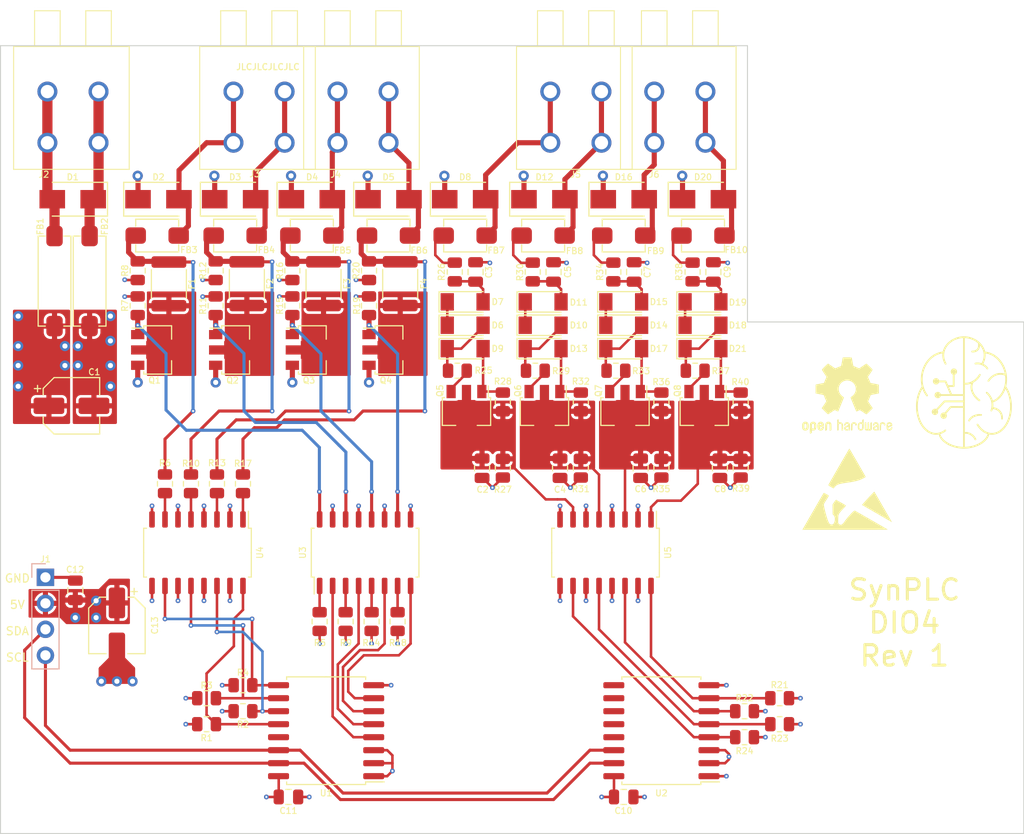
<source format=kicad_pcb>
(kicad_pcb (version 20211014) (generator pcbnew)
  (layers (0 "F.Cu" signal) (1 "In1.Cu" power) (2 "In2.Cu" power) (31 "B.Cu" signal) (34 "B.Paste" user) (35 "F.Paste" user) (36 "B.SilkS" user "B.Silkscreen") (37 "F.SilkS" user "F.Silkscreen") (38 "B.Mask" user) (39 "F.Mask" user) (44 "Edge.Cuts" user))
  (net 0 "")
  (net 1 "GND2")
  (net 2 "Net-(C9-Pad2)")
  (net 3 "Net-(C2-Pad2)")
  (net 4 "Net-(C3-Pad2)")
  (net 5 "Net-(C4-Pad2)")
  (net 6 "Net-(C5-Pad2)")
  (net 7 "Net-(C6-Pad2)")
  (net 8 "Net-(C7-Pad2)")
  (net 9 "Net-(C8-Pad2)")
  (net 10 "+5V")
  (net 11 "GND")
  (net 12 "Net-(D1-Pad1)")
  (net 13 "Net-(D1-Pad2)")
  (net 14 "Net-(D2-Pad2)")
  (net 15 "Net-(D3-Pad2)")
  (net 16 "Net-(D4-Pad2)")
  (net 17 "Net-(D5-Pad2)")
  (net 18 "Net-(D6-Pad1)")
  (net 19 "Net-(D6-Pad2)")
  (net 20 "Net-(D8-Pad2)")
  (net 21 "Net-(D9-Pad2)")
  (net 22 "Net-(D10-Pad1)")
  (net 23 "Net-(D10-Pad2)")
  (net 24 "Net-(D12-Pad2)")
  (net 25 "Net-(D13-Pad2)")
  (net 26 "Net-(D14-Pad1)")
  (net 27 "Net-(D14-Pad2)")
  (net 28 "Net-(D16-Pad2)")
  (net 29 "Net-(D17-Pad2)")
  (net 30 "Net-(D18-Pad1)")
  (net 31 "Net-(D18-Pad2)")
  (net 32 "Net-(D20-Pad2)")
  (net 33 "Net-(D21-Pad2)")
  (net 34 "Net-(F1-Pad1)")
  (net 35 "Net-(F1-Pad2)")
  (net 36 "Net-(F2-Pad1)")
  (net 37 "Net-(F2-Pad2)")
  (net 38 "Net-(F3-Pad1)")
  (net 39 "Net-(F3-Pad2)")
  (net 40 "Net-(F4-Pad1)")
  (net 41 "Net-(F4-Pad2)")
  (net 42 "+24V")
  (net 43 "Net-(FB7-Pad2)")
  (net 44 "Net-(FB8-Pad2)")
  (net 45 "Net-(FB9-Pad2)")
  (net 46 "Net-(FB10-Pad2)")
  (net 47 "SDA")
  (net 48 "SCL")
  (net 49 "Net-(Q1-Pad1)")
  (net 50 "Net-(Q2-Pad1)")
  (net 51 "Net-(Q3-Pad1)")
  (net 52 "Net-(Q4-Pad1)")
  (net 53 "Net-(Q5-Pad3)")
  (net 54 "Net-(Q6-Pad3)")
  (net 55 "Net-(Q7-Pad3)")
  (net 56 "Net-(Q8-Pad3)")
  (net 57 "FB_3")
  (net 58 "FB_2")
  (net 59 "FB_1")
  (net 60 "FB_0")
  (net 61 "Net-(R5-Pad1)")
  (net 62 "Net-(R6-Pad2)")
  (net 63 "Net-(R9-Pad1)")
  (net 64 "Net-(R10-Pad2)")
  (net 65 "Net-(R13-Pad2)")
  (net 66 "Net-(R14-Pad1)")
  (net 67 "Net-(R17-Pad2)")
  (net 68 "Net-(R18-Pad1)")
  (net 69 "IN_3")
  (net 70 "IN_2")
  (net 71 "IN_1")
  (net 72 "IN_0")
  (net 73 "OUT_0")
  (net 74 "OUT_1")
  (net 75 "OUT_2")
  (net 76 "OUT_3")
  (footprint "Resistor_SMD:R_0805_2012Metric" (layer "F.Cu") (at 119.253 99.314 -90)
    (fp_text reference "R5")
    (fp_text value "2k2")
  )
  (footprint "Resistor_SMD:R_1812_4532Metric" (layer "F.Cu") (at 112.141 66.294 -90)
    (fp_text reference "F2")
    (fp_text value "1812L035/60MR")
  )
  (footprint "Diode_SMD:D_SMA" (layer "F.Cu") (at 103.505 58.039)
    (fp_text reference "D2")
    (fp_text value "P6SMB36CA")
  )
  (footprint "Resistor_SMD:R_0805_2012Metric" (layer "F.Cu") (at 164.211 106.807)
    (fp_text reference "R21")
    (fp_text value "10k")
  )
  (footprint "Diode_SMD:D_MiniMELF" (layer "F.Cu") (at 133.477 70.358)
    (fp_text reference "D6")
    (fp_text value "6v8")
  )
  (footprint "Resistor_SMD:R_0805_2012Metric" (layer "F.Cu") (at 155.702 65.151 -90)
    (fp_text reference "R38")
    (fp_text value "1k")
  )
  (footprint "eigene:TBL00950002GY2GY" (layer "F.Cu") (at 110.8324 52.521)
    (fp_text reference "J3")
    (fp_text value "TBL009-500-02GY-2GY" hide)
  )
  (footprint "Resistor_SMD:R_0805_2012Metric" (layer "F.Cu") (at 124.079 68.453 90)
    (fp_text reference "R19")
    (fp_text value "10k")
  )
  (footprint "Package_TO_SOT_SMD:SOT-89-3" (layer "F.Cu") (at 125.73 72.771)
    (fp_text reference "Q4")
    (fp_text value "BCX53")
  )
  (footprint "Package_TO_SOT_SMD:SOT-89-3" (layer "F.Cu") (at 133.604 78.486 -90)
    (fp_text reference "Q5")
    (fp_text value "BCX53")
  )
  (footprint "Resistor_SMD:R_0805_2012Metric" (layer "F.Cu") (at 101.473 65.024 90)
    (fp_text reference "R8")
    (fp_text value "100k")
  )
  (footprint "Resistor_SMD:R_0805_2012Metric" (layer "F.Cu") (at 144.78 84.328 90)
    (fp_text reference "R31")
    (fp_text value "10k")
  )
  (footprint "eigene:SMB-001" (layer "F.Cu") (at 156.718 61.595)
    (fp_text reference "FB10")
    (fp_text value "SMB-001")
  )
  (footprint "Resistor_SMD:R_0805_2012Metric" (layer "F.Cu") (at 116.586 65.024 90)
    (fp_text reference "R16")
    (fp_text value "100k")
  )
  (footprint "Diode_SMD:D_MiniMELF" (layer "F.Cu") (at 141.097 72.644)
    (fp_text reference "D13")
    (fp_text value "5v6")
  )
  (footprint "Package_SO:SOIC-16_4.55x10.3mm_P1.27mm" (layer "F.Cu") (at 123.698 92.583 90)
    (fp_text reference "U3")
    (fp_text value "TLP291-4")
  )
  (footprint "Diode_SMD:D_MiniMELF" (layer "F.Cu") (at 133.477 72.644)
    (fp_text reference "D9")
    (fp_text value "5v6")
  )
  (footprint "eigene:TBL00950002GY2GY" (layer "F.Cu") (at 141.795 52.521)
    (fp_text reference "J5")
    (fp_text value "TBL009-500-02GY-2GY" hide)
  )
  (footprint "Diode_SMD:D_MiniMELF" (layer "F.Cu") (at 156.718 70.358)
    (fp_text reference "D18")
    (fp_text value "6v8")
  )
  (footprint "Diode_SMD:D_SMA" (layer "F.Cu") (at 95.123 58.039 180)
    (fp_text reference "D1")
    (fp_text value "P6SMB36CA")
  )
  (footprint "Capacitor_SMD:CP_Elec_5x5.8" (layer "F.Cu") (at 94.996 78.232)
    (fp_text reference "C1")
    (fp_text value "100µF")
  )
  (footprint "Package_TO_SOT_SMD:SOT-89-3" (layer "F.Cu") (at 103.124 72.771)
    (fp_text reference "Q1")
    (fp_text value "BCX53")
  )
  (footprint "Diode_SMD:D_MiniMELF" (layer "F.Cu") (at 148.971 70.358)
    (fp_text reference "D14")
    (fp_text value "6v8")
  )
  (footprint "Diode_SMD:D_MiniMELF" (layer "F.Cu") (at 141.097 70.358)
    (fp_text reference "D10")
    (fp_text value "6v8")
  )
  (footprint "Resistor_SMD:R_0805_2012Metric" (layer "F.Cu") (at 137.16 77.851 -90)
    (fp_text reference "R28")
    (fp_text value "47k")
  )
  (footprint "eigene:SMB-001" (layer "F.Cu") (at 103.378 61.595)
    (fp_text reference "FB3")
    (fp_text value "SMB-001")
  )
  (footprint "Resistor_SMD:R_0805_2012Metric" (layer "F.Cu") (at 121.793 99.314 -90)
    (fp_text reference "R9")
    (fp_text value "2k2")
  )
  (footprint "Resistor_SMD:R_0805_2012Metric" (layer "F.Cu") (at 109.093 65.024 90)
    (fp_text reference "R12")
    (fp_text value "100k")
  )
  (footprint "Resistor_SMD:R_0805_2012Metric" (layer "F.Cu") (at 152.654 77.851 -90)
    (fp_text reference "R36")
    (fp_text value "47k")
  )
  (footprint "Capacitor_SMD:C_0805_2012Metric" (layer "F.Cu") (at 150.622 84.328 90)
    (fp_text reference "C6")
    (fp_text value "1n")
  )
  (footprint "Capacitor_SMD:CP_Elec_5x5.8" (layer "F.Cu") (at 99.441 99.695 -90)
    (fp_text reference "C13")
    (fp_text value "10µ")
  )
  (footprint "Diode_SMD:D_SMA" (layer "F.Cu") (at 148.971 58.039)
    (fp_text reference "D16")
    (fp_text value "P6SMB36CA")
  )
  (footprint "Resistor_SMD:R_0805_2012Metric" (layer "F.Cu") (at 148.209 74.803)
    (fp_text reference "R33")
    (fp_text value "2k2")
  )
  (footprint "Resistor_SMD:R_0805_2012Metric" (layer "F.Cu") (at 101.473 68.453 90)
    (fp_text reference "R7")
    (fp_text value "10k")
  )
  (footprint "Capacitor_SMD:C_0805_2012Metric" (layer "F.Cu") (at 135.128 84.328 90)
    (fp_text reference "C2")
    (fp_text value "1n")
  )
  (footprint "Package_TO_SOT_SMD:SOT-89-3" (layer "F.Cu") (at 156.845 78.486 -90)
    (fp_text reference "Q8")
    (fp_text value "BCX53")
  )
  (footprint "eigene:SMB-001" (layer "F.Cu") (at 141.097 61.595)
    (fp_text reference "FB8")
    (fp_text value "SMB-001")
  )
  (footprint "Package_SO:SOIC-16_4.55x10.3mm_P1.27mm" (layer "F.Cu") (at 107.315 92.583 -90)
    (fp_text reference "U4")
    (fp_text value "TLP291-4")
  )
  (footprint "Resistor_SMD:R_0805_2012Metric" (layer "F.Cu") (at 111.76 105.537 180)
    (fp_text reference "R4")
    (fp_text value "10k")
  )
  (footprint "Capacitor_SMD:C_0805_2012Metric" (layer "F.Cu") (at 142.113 65.151 -90)
    (fp_text reference "C5")
    (fp_text value "470n")
  )
  (footprint "eigene:SMB-002" (layer "F.Cu") (at 96.774 66.04 90)
    (fp_text reference "FB2")
    (fp_text value "SMB-002")
  )
  (footprint "Symbol:ESD-Logo_8.9x8mm_SilkScreen" (layer "F.Cu") (at 170.815 86.36)
    (fp_text reference "REF**" hide)
    (fp_text value "ESD-Logo_8.9x8mm_SilkScreen" hide)
  )
  (footprint "Package_SO:SOIC-16W_7.5x10.3mm_P1.27mm" (layer "F.Cu") (at 152.654 109.982 180)
    (fp_text reference "U2")
    (fp_text value "PCF8574")
  )
  (footprint "Capacitor_SMD:C_0805_2012Metric" (layer "F.Cu") (at 95.377 96.266 90)
    (fp_text reference "C12")
    (fp_text value "100n")
  )
  (footprint "Resistor_SMD:R_0805_2012Metric" (layer "F.Cu") (at 147.955 65.151 -90)
    (fp_text reference "R34")
    (fp_text value "1k")
  )
  (footprint "Resistor_SMD:R_0805_2012Metric" (layer "F.Cu") (at 144.78 77.851 -90)
    (fp_text reference "R32")
    (fp_text value "47k")
  )
  (footprint "eigene:TBL00950002GY2GY" (layer "F.Cu") (at 151.955 52.521)
    (fp_text reference "J6")
    (fp_text value "TBL009-500-02GY-2GY" hide)
  )
  (footprint "Resistor_SMD:R_0805_2012Metric" (layer "F.Cu") (at 152.654 84.328 90)
    (fp_text reference "R35")
    (fp_text value "10k")
  )
  (footprint "Diode_SMD:D_MiniMELF" (layer "F.Cu") (at 148.971 72.644)
    (fp_text reference "D17")
    (fp_text value "5v6")
  )
  (footprint "Resistor_SMD:R_0805_2012Metric" (layer "F.Cu") (at 126.873 99.314 -90)
    (fp_text reference "R18")
    (fp_text value "2k2")
  )
  (footprint "Resistor_SMD:R_0805_2012Metric" (layer "F.Cu") (at 111.76 85.852 -90)
    (fp_text reference "R17")
    (fp_text value "12k")
  )
  (footprint "Diode_SMD:D_SMA" (layer "F.Cu") (at 125.984 58.039)
    (fp_text reference "D5")
    (fp_text value "P6SMB36CA")
  )
  (footprint "Diode_SMD:D_SMA" (layer "F.Cu") (at 141.224 58.039)
    (fp_text reference "D12")
    (fp_text value "P6SMB36CA")
  )
  (footprint "Package_TO_SOT_SMD:SOT-89-3" (layer "F.Cu") (at 141.224 78.486 -90)
    (fp_text reference "Q6")
    (fp_text value "BCX53")
  )
  (footprint "Resistor_SMD:R_0805_2012Metric" (layer "F.Cu") (at 160.401 84.328 90)
    (fp_text reference "R39")
    (fp_text value "10k")
  )
  (footprint "Capacitor_SMD:C_0805_2012Metric" (layer "F.Cu") (at 134.493 65.151 -90)
    (fp_text reference "C3")
    (fp_text value "470n")
  )
  (footprint "Capacitor_SMD:C_0805_2012Metric" (layer "F.Cu") (at 148.971 116.459)
    (fp_text reference "C10")
    (fp_text value "100n")
  )
  (footprint "eigene:SMB-001" (layer "F.Cu") (at 118.491 61.595)
    (fp_text reference "FB5")
    (fp_text value "SMB-001")
  )
  (footprint "eigene:SMB-001" (layer "F.Cu") (at 110.998 61.595)
    (fp_text reference "FB4")
    (fp_text value "SMB-001")
  )
  (footprint "Resistor_SMD:R_0805_2012Metric" (layer "F.Cu") (at 140.081 65.151 -90)
    (fp_text reference "R30")
    (fp_text value "1k")
  )
  (footprint "Diode_SMD:D_MiniMELF" (layer "F.Cu") (at 133.477 68.072)
    (fp_text reference "D7")
    (fp_text value "LL4148")
  )
  (footprint "eigene:SMB-001" (layer "F.Cu") (at 125.984 61.595)
    (fp_text reference "FB6")
    (fp_text value "SMB-001")
  )
  (footprint "Diode_SMD:D_SMA" (layer "F.Cu") (at 133.477 58.039)
    (fp_text reference "D8")
    (fp_text value "P6SMB36CA")
  )
  (footprint "Capacitor_SMD:C_0805_2012Metric" (layer "F.Cu") (at 142.748 84.328 90)
    (fp_text reference "C4")
    (fp_text value "1n")
  )
  (footprint "Diode_SMD:D_MiniMELF" (layer "F.Cu") (at 156.718 72.644)
    (fp_text reference "D21")
    (fp_text value "5v6")
  )
  (footprint "Resistor_SMD:R_1812_4532Metric" (layer "F.Cu") (at 104.521 66.3155 -90)
    (fp_text reference "F1")
    (fp_text value "1812L035/60MR")
  )
  (footprint "Capacitor_SMD:C_0805_2012Metric" (layer "F.Cu") (at 116.205 116.459)
    (fp_text reference "C11")
    (fp_text value "100n")
  )
  (footprint "Resistor_SMD:R_0805_2012Metric" (layer "F.Cu") (at 137.16 84.328 90)
    (fp_text reference "R27")
    (fp_text value "10k")
  )
  (footprint "Resistor_SMD:R_0805_2012Metric" (layer "F.Cu") (at 111.76 108.077 180)
    (fp_text reference "R2")
    (fp_text value "10k")
  )
  (footprint "Resistor_SMD:R_0805_2012Metric" (layer "F.Cu") (at 160.782 110.617)
    (fp_text reference "R24")
    (fp_text value "10k")
  )
  (footprint "Resistor_SMD:R_0805_2012Metric" (layer "F.Cu") (at 106.68 85.852 -90)
    (fp_text reference "R10")
    (fp_text value "12k")
  )
  (footprint "Resistor_SMD:R_0805_2012Metric" (layer "F.Cu") (at 108.204 106.807 180)
    (fp_text reference "R3")
    (fp_text value "10k")
  )
  (footprint "Resistor_SMD:R_0805_2012Metric" (layer "F.Cu") (at 160.782 108.077)
    (fp_text reference "R22")
    (fp_text value "10k")
  )
  (footprint "Resistor_SMD:R_0805_2012Metric" (layer "F.Cu") (at 109.093 68.453 90)
    (fp_text reference "R11")
    (fp_text value "10k")
  )
  (footprint "Package_TO_SOT_SMD:SOT-89-3" (layer "F.Cu") (at 118.237 72.771)
    (fp_text reference "Q3")
    (fp_text value "BCX53")
  )
  (footprint "Diode_SMD:D_MiniMELF" (layer "F.Cu") (at 141.097 68.072)
    (fp_text reference "D11")
    (fp_text value "LL4148")
  )
  (footprint "Resistor_SMD:R_0805_2012Metric" (layer "F.Cu") (at 109.22 85.852 -90)
    (fp_text reference "R13")
    (fp_text value "12k")
  )
  (footprint "Resistor_SMD:R_0805_2012Metric" (layer "F.Cu") (at 140.335 74.803)
    (fp_text reference "R29")
    (fp_text value "2k2")
  )
  (footprint "Resistor_SMD:R_0805_2012Metric" (layer "F.Cu") (at 155.956 74.803)
    (fp_text reference "R37")
    (fp_text value "2k2")
  )
  (footprint "Package_TO_SOT_SMD:SOT-89-3" (layer "F.Cu") (at 149.098 78.486 -90)
    (fp_text reference "Q7")
    (fp_text value "BCX53")
  )
  (footprint "Resistor_SMD:R_0805_2012Metric" (layer "F.Cu") (at 164.211 109.347)
    (fp_text reference "R23")
    (fp_text value "10k")
  )
  (footprint "Capacitor_SMD:C_0805_2012Metric" (layer "F.Cu") (at 149.987 65.151 -90)
    (fp_text reference "C7")
    (fp_text value "470n")
  )
  (footprint "Resistor_SMD:R_0805_2012Metric" (layer "F.Cu") (at 160.401 77.851 -90)
    (fp_text reference "R40")
    (fp_text value "47k")
  )
  (footprint "Capacitor_SMD:C_0805_2012Metric" (layer "F.Cu") (at 157.734 65.151 -90)
    (fp_text reference "C9")
    (fp_text value "470n")
  )
  (footprint "Resistor_SMD:R_0805_2012Metric" (layer "F.Cu") (at 132.715 74.803)
    (fp_text reference "R25")
    (fp_text value "2k2")
  )
  (footprint "Package_SO:SOIC-16W_7.5x10.3mm_P1.27mm" (layer "F.Cu") (at 119.888 109.982 180)
    (fp_text reference "U1")
    (fp_text value "PCF8574")
  )
  (footprint "Diode_SMD:D_SMA" (layer "F.Cu") (at 156.718 58.039)
    (fp_text reference "D20")
    (fp_text value "P6SMB36CA")
  )
  (footprint "Diode_SMD:D_SMA" (layer "F.Cu") (at 118.491 58.039)
    (fp_text reference "D4")
    (fp_text value "P6SMB36CA")
  )
  (footprint "eigene:TBL00950002GY2GY" (layer "F.Cu") (at 92.646 52.521)
    (fp_text reference "J2")
    (fp_text value "TBL009-500-02GY-2GY" hide)
  )
  (footprint "Resistor_SMD:R_0805_2012Metric" (layer "F.Cu") (at 104.14 85.852 -90)
    (fp_text reference "R6")
    (fp_text value "12k")
  )
  (footprint "Capacitor_SMD:C_0805_2012Metric" (layer "F.Cu") (at 158.369 84.328 90)
    (fp_text reference "C8")
    (fp_text value "1n")
  )
  (footprint "Resistor_SMD:R_0805_2012Metric" (layer "F.Cu") (at 124.079 65.024 90)
    (fp_text reference "R20")
    (fp_text value "100k")
  )
  (footprint "Resistor_SMD:R_0805_2012Metric" (layer "F.Cu") (at 116.586 68.453 90)
    (fp_text reference "R15")
    (fp_text value "10k")
  )
  (footprint "Package_TO_SOT_SMD:SOT-89-3" (layer "F.Cu") (at 110.744 72.771)
    (fp_text reference "Q2")
    (fp_text value "BCX53")
  )
  (footprint "Resistor_SMD:R_0805_2012Metric" (layer "F.Cu") (at 108.204 109.347 180)
    (fp_text reference "R1")
    (fp_text value "10k")
  )
  (footprint "Resistor_SMD:R_1812_4532Metric" (layer "F.Cu") (at 127.127 66.294 -90)
    (fp_text reference "F4")
    (fp_text value "1812L035/60MR")
  )
  (footprint "Diode_SMD:D_MiniMELF" (layer "F.Cu") (at 156.718 68.072)
    (fp_text reference "D19")
    (fp_text value "LL4148")
  )
  (footprint "eigene:SMB-002" (layer "F.Cu") (at 93.345 66.04 90)
    (fp_text reference "FB1")
    (fp_text value "SMB-002")
  )
  (footprint "Package_SO:SOIC-16_4.55x10.3mm_P1.27mm" (layer "F.Cu") (at 147.193 92.583 -90)
    (fp_text reference "U5")
    (fp_text value "TLP291-4")
  )
  (footprint "Symbol:OSHW-Logo2_9.8x8mm_SilkScreen" (layer "F.Cu") (at 170.815 77.216)
    (fp_text reference "REF**" hide)
    (fp_text value "OSHW-Logo2_9.8x8mm_SilkScreen" hide)
  )
  (footprint "eigene:logo" (layer "F.Cu") (at 182.245 76.962)
    (fp_text reference "G***" hide)
    (fp_text value "LOGO" hide)
  )
  (footprint "Diode_SMD:D_SMA" (layer "F.Cu") (at 110.998 58.039)
    (fp_text reference "D3")
    (fp_text value "P6SMB36CA")
  )
  (footprint "eigene:TBL00950002GY2GY" (layer "F.Cu") (at 120.9924 52.521)
    (fp_text reference "J4")
    (fp_text value "TBL009-500-02GY-2GY" hide)
  )
  (footprint "Resistor_SMD:R_0805_2012Metric" (layer "F.Cu") (at 132.461 65.151 -90)
    (fp_text reference "R26")
    (fp_text value "1k")
  )
  (footprint "eigene:SMB-001" (layer "F.Cu") (at 148.971 61.595)
    (fp_text reference "FB9")
    (fp_text value "SMB-001")
  )
  (footprint "Diode_SMD:D_MiniMELF" (layer "F.Cu") (at 148.971 68.072)
    (fp_text reference "D15")
    (fp_text value "LL4148")
  )
  (footprint "Resistor_SMD:R_1812_4532Metric" (layer "F.Cu") (at 119.634 66.294 -90)
    (fp_text reference "F3")
    (fp_text value "1812L035/60MR")
  )
  (footprint "eigene:SMB-001" (layer "F.Cu") (at 133.477 61.595)
    (fp_text reference "FB7")
    (fp_text value "SMB-001")
  )
  (footprint "Resistor_SMD:R_0805_2012Metric" (layer "F.Cu") (at 124.333 99.314 -90)
    (fp_text reference "R14")
    (fp_text value "2k2")
  )
  (footprint "Connector_PinSocket_2.54mm:PinSocket_1x04_P2.54mm_Vertical" (layer "B.Cu") (at 92.456 94.996 180)
    (fp_text reference "J1")
    (fp_text value "I2C")
  )
  (gr_line (start 188.065 70.035) (end 161.065 70.035) (layer "Edge.Cuts") (width 0.1))
  (gr_line (start 161.065 70.035) (end 161.065 43.035) (layer "Edge.Cuts") (width 0.1))
  (gr_line (start 88.065 43.035) (end 88.065 120.035) (layer "Edge.Cuts") (width 0.1))
  (gr_line (start 161.065 43.035) (end 88.065 43.035) (layer "Edge.Cuts") (width 0.1))
  (gr_line (start 188.065 120.035) (end 188.065 70.035) (layer "Edge.Cuts") (width 0.1))
  (gr_line (start 88.065 120.035) (end 188.065 120.035) (layer "Edge.Cuts") (width 0.1))
  (gr_text "GND\n\n5V\n\nSDA\n\nSCL" (at 89.7128 98.9584) (layer "F.SilkS") (effects (font (size 0.8 0.8) (thickness 0.12))))
  (gr_text "SynPLC\nDIO4\nRev 1" (at 176.403 99.441) (layer "F.SilkS") (effects (font (size 2 2) (thickness 0.3))))
  (gr_text "JLCJLCJLCJLC" (at 114.1984 45.1104) (layer "F.SilkS") (effects (font (size 0.6 0.6) (thickness 0.11))))
  (segment (start 160.401 85.2405) (end 160.3775 85.2405) (width 0.25) (layer "F.Cu") (net 1))
  (segment (start 157.734 64.201) (end 159.07 64.201) (width 0.25) (layer "F.Cu") (net 1))
  (segment (start 135.128 85.278) (end 135.189 85.278) (width 0.25) (layer "F.Cu") (net 1))
  (segment (start 160.3775 85.2405) (end 159.385 86.233) (width 0.25) (layer "F.Cu") (net 1))
  (segment (start 147.828 89.333) (end 147.828 88.011) (width 0.25) (layer "F.Cu") (net 1))
  (segment (start 146.971 58.039) (end 146.971 55.785) (width 0.5) (layer "F.Cu") (net 1))
  (segment (start 158.369 85.278) (end 158.43 85.278) (width 0.25) (layer "F.Cu") (net 1))
  (segment (start 101.505 58.039) (end 101.505 55.785) (width 0.5) (layer "F.Cu") (net 1))
  (segment (start 101.505 55.785) (end 101.473 55.753) (width 0.5) (layer "F.Cu") (net 1))
  (segment (start 109.093 65.9365) (end 107.8465 65.9365) (width 0.25) (layer "F.Cu") (net 1))
  (segment (start 151.196 64.201) (end 151.257 64.262) (width 0.25) (layer "F.Cu") (net 1))
  (segment (start 131.477 55.785) (end 131.445 55.753) (width 0.5) (layer "F.Cu") (net 1))
  (segment (start 124.079 65.9365) (end 122.8325 65.9365) (width 0.25) (layer "F.Cu") (net 1))
  (segment (start 120.523 89.333) (end 120.523 88.011) (width 0.25) (layer "F.Cu") (net 1))
  (segment (start 151.638 86.233) (end 152.6305 85.2405) (width 0.25) (layer "F.Cu") (net 1))
  (segment (start 134.493 64.201) (end 135.829 64.201) (width 0.25) (layer "F.Cu") (net 1))
  (segment (start 131.477 58.039) (end 131.477 55.785) (width 0.5) (layer "F.Cu") (net 1))
  (segment (start 150.683 85.278) (end 150.622 85.278) (width 0.25) (layer "F.Cu") (net 1))
  (segment (start 139.224 58.039) (end 139.224 55.785) (width 0.5) (layer "F.Cu") (net 1))
  (segment (start 107.8465 65.9365) (end 107.823 65.913) (width 0.25) (layer "F.Cu") (net 1))
  (segment (start 135.189 85.278) (end 136.144 86.233) (width 0.25) (layer "F.Cu") (net 1))
  (segment (start 151.638 86.233) (end 150.683 85.278) (width 0.25) (layer "F.Cu") (net 1))
  (segment (start 146.971 55.785) (end 146.939 55.753) (width 0.5) (layer "F.Cu") (net 1))
  (segment (start 143.322 64.201) (end 143.383 64.262) (width 0.25) (layer "F.Cu") (net 1))
  (segment (start 115.3395 65.9365) (end 115.316 65.913) (width 0.25) (layer "F.Cu") (net 1))
  (segment (start 144.78 85.2405) (end 144.7565 85.2405) (width 0.25) (layer "F.Cu") (net 1))
  (segment (start 139.224 55.785) (end 139.192 55.753) (width 0.5) (layer "F.Cu") (net 1))
  (segment (start 108.998 55.785) (end 108.966 55.753) (width 0.5) (layer "F.Cu") (net 1))
  (segment (start 142.748 85.278) (end 142.809 85.278) (width 0.25) (layer "F.Cu") (net 1))
  (segment (start 152.6305 85.2405) (end 152.654 85.2405) (width 0.25) (layer "F.Cu") (net 1))
  (segment (start 142.809 85.278) (end 143.764 86.233) (width 0.25) (layer "F.Cu") (net 1))
  (segment (start 135.829 64.201) (end 135.89 64.262) (width 0.25) (layer "F.Cu") (net 1))
  (segment (start 150.368 89.333) (end 150.368 88.011) (width 0.25) (layer "F.Cu") (net 1))
  (segment (start 101.473 65.9365) (end 100.2265 65.9365) (width 0.25) (layer "F.Cu") (net 1))
  (segment (start 116.491 55.785) (end 116.459 55.753) (width 0.5) (layer "F.Cu") (net 1))
  (segment (start 122.8325 65.9365) (end 122.809 65.913) (width 0.25) (layer "F.Cu") (net 1))
  (segment (start 159.07 64.201) (end 159.131 64.262) (width 0.25) (layer "F.Cu") (net 1))
  (segment (start 145.288 89.333) (end 145.288 88.011) (width 0.25) (layer "F.Cu") (net 1))
  (segment (start 123.984 55.785) (end 123.952 55.753) (width 0.5) (layer "F.Cu") (net 1))
  (segment (start 108.998 58.039) (end 108.998 55.785) (width 0.5) (layer "F.Cu") (net 1))
  (segment (start 158.43 85.278) (end 159.385 86.233) (width 0.25) (layer "F.Cu") (net 1))
  (segment (start 142.748 89.333) (end 142.748 88.011) (width 0.25) (layer "F.Cu") (net 1))
  (segment (start 123.984 58.039) (end 123.984 55.785) (width 0.5) (layer "F.Cu") (net 1))
  (segment (start 144.7565 85.2405) (end 143.764 86.233) (width 0.25) (layer "F.Cu") (net 1))
  (segment (start 105.41 89.333) (end 105.41 88.011) (width 0.25) (layer "F.Cu") (net 1))
  (segment (start 102.87 89.333) (end 102.87 88.011) (width 0.25) (layer "F.Cu") (net 1))
  (segment (start 116.491 58.039) (end 116.491 55.785) (width 0.5) (layer "F.Cu") (net 1))
  (segment (start 149.987 64.201) (end 151.196 64.201) (width 0.25) (layer "F.Cu") (net 1))
  (segment (start 154.718 58.039) (end 154.718 55.785) (width 0.5) (layer "F.Cu") (net 1))
  (segment (start 100.2265 65.9365) (end 100.203 65.913) (width 0.25) (layer "F.Cu") (net 1))
  (segment (start 123.063 89.333) (end 123.063 88.011) (width 0.25) (layer "F.Cu") (net 1))
  (segment (start 137.16 85.2405) (end 137.1365 85.2405) (width 0.25) (layer "F.Cu") (net 1))
  (segment (start 125.603 89.333) (end 125.603 88.011) (width 0.25) (layer "F.Cu") (net 1))
  (segment (start 110.49 89.333) (end 110.49 88.011) (width 0.25) (layer "F.Cu") (net 1))
  (segment (start 142.113 64.201) (end 143.322 64.201) (width 0.25) (layer "F.Cu") (net 1))
  (segment (start 107.95 89.333) (end 107.95 88.011) (width 0.25) (layer "F.Cu") (net 1))
  (segment (start 128.143 89.333) (end 128.143 88.011) (width 0.25) (layer "F.Cu") (net 1))
  (segment (start 116.586 65.9365) (end 115.3395 65.9365) (width 0.25) (layer "F.Cu") (net 1))
  (segment (start 154.718 55.785) (end 154.686 55.753) (width 0.5) (layer "F.Cu") (net 1))
  (segment (start 137.1365 85.2405) (end 136.144 86.233) (width 0.25) (layer "F.Cu") (net 1))
  (via (at 123.952 55.753) (size 1) (drill 0.5) (layers "F.Cu" "B.Cu") (net 1))
  (via (at 145.288 88.011) (size 0.46) (drill 0.2) (layers "F.Cu" "B.Cu") (net 1))
  (via (at 143.764 86.233) (size 0.46) (drill 0.2) (layers "F.Cu" "B.Cu") (net 1))
  (via (at 123.063 88.011) (size 0.46) (drill 0.2) (layers "F.Cu" "B.Cu") (net 1))
  (via (at 102.87 88.011) (size 0.46) (drill 0.2) (layers "F.Cu" "B.Cu") (net 1))
  (via (at 151.257 64.262) (size 0.46) (drill 0.2) (layers "F.Cu" "B.Cu") (net 1))
  (via (at 101.473 55.753) (size 1) (drill 0.5) (layers "F.Cu" "B.Cu") (net 1))
  (via (at 98.806 76.327) (size 1) (drill 0.5) (layers "F.Cu" "B.Cu") (net 1))
  (via (at 154.686 55.753) (size 1) (drill 0.5) (layers "F.Cu" "B.Cu") (net 1))
  (via (at 105.41 88.011) (size 0.46) (drill 0.2) (layers "F.Cu" "B.Cu") (net 1))
  (via (at 115.316 65.913) (size 0.46) (drill 0.2) (layers "F.Cu" "B.Cu") (net 1))
  (via (at 107.823 65.913) (size 0.46) (drill 0.2) (layers "F.Cu" "B.Cu") (net 1))
  (via (at 95.631 74.295) (size 1) (drill 0.5) (layers "F.Cu" "B.Cu") (net 1))
  (via (at 95.631 72.39) (size 1) (drill 0.5) (layers "F.Cu" "B.Cu") (net 1))
  (via (at 151.638 86.233) (size 0.46) (drill 0.2) (layers "F.Cu" "B.Cu") (net 1))
  (via (at 131.445 55.753) (size 1) (drill 0.5) (layers "F.Cu" "B.Cu") (net 1))
  (via (at 128.143 88.011) (size 0.46) (drill 0.2) (layers "F.Cu" "B.Cu") (net 1))
  (via (at 98.806 69.469) (size 1) (drill 0.5) (layers "F.Cu" "B.Cu") (net 1))
  (via (at 125.603 88.011) (size 0.46) (drill 0.2) (layers "F.Cu" "B.Cu") (net 1))
  (via (at 98.806 74.295) (size 1) (drill 0.5) (layers "F.Cu" "B.Cu") (net 1))
  (via (at 98.806 71.882) (size 1) (drill 0.5) (layers "F.Cu" "B.Cu") (net 1))
  (via (at 110.49 88.011) (size 0.46) (drill 0.2) (layers "F.Cu" "B.Cu") (net 1))
  (via (at 135.89 64.262) (size 0.46) (drill 0.2) (layers "F.Cu" "B.Cu") (net 1))
  (via (at 150.368 88.011) (size 0.46) (drill 0.2) (layers "F.Cu" "B.Cu") (net 1))
  (via (at 100.203 65.913) (size 0.46) (drill 0.2) (layers "F.Cu" "B.Cu") (net 1))
  (via (at 147.828 88.011) (size 0.46) (drill 0.2) (layers "F.Cu" "B.Cu") (net 1))
  (via (at 116.459 55.753) (size 1) (drill 0.5) (layers "F.Cu" "B.Cu") (net 1))
  (via (at 107.95 88.011) (size 0.46) (drill 0.2) (layers "F.Cu" "B.Cu") (net 1))
  (via (at 146.939 55.753) (size 1) (drill 0.5) (layers "F.Cu" "B.Cu") (net 1))
  (via (at 159.131 64.262) (size 0.46) (drill 0.2) (layers "F.Cu" "B.Cu") (net 1))
  (via (at 108.966 55.753) (size 1) (drill 0.5) (layers "F.Cu" "B.Cu") (net 1))
  (via (at 136.144 86.233) (size 0.46) (drill 0.2) (layers "F.Cu" "B.Cu") (net 1))
  (via (at 122.809 65.913) (size 0.46) (drill 0.2) (layers "F.Cu" "B.Cu") (net 1))
  (via (at 120.523 88.011) (size 0.46) (drill 0.2) (layers "F.Cu" "B.Cu") (net 1))
  (via (at 142.748 88.011) (size 0.46) (drill 0.2) (layers "F.Cu" "B.Cu") (net 1))
  (via (at 139.192 55.753) (size 1) (drill 0.5) (layers "F.Cu" "B.Cu") (net 1))
  (via (at 143.383 64.262) (size 0.46) (drill 0.2) (layers "F.Cu" "B.Cu") (net 1))
  (via (at 159.385 86.233) (size 0.46) (drill 0.2) (layers "F.Cu" "B.Cu") (net 1))
  (segment (start 158.468 68.072) (end 158.468 66.835) (width 0.25) (layer "F.Cu") (net 2))
  (segment (start 158.468 66.835) (end 157.734 66.101) (width 0.25) (layer "F.Cu") (net 2))
  (segment (start 157.6965 66.0635) (end 157.734 66.101) (width 0.25) (layer "F.Cu") (net 2))
  (segment (start 155.702 66.0635) (end 157.6965 66.0635) (width 0.25) (layer "F.Cu") (net 2))
  (segment (start 143.764 87.884) (end 143.256 87.376) (width 0.25) (layer "F.Cu") (net 3))
  (segment (start 141.351 87.376) (end 138.176 84.201) (width 0.25) (layer "F.Cu") (net 3))
  (segment (start 142.494 87.376) (end 141.351 87.376) (width 0.25) (layer "F.Cu") (net 3))
  (segment (start 144.018 88.138) (end 143.764 87.884) (width 0.25) (layer "F.Cu") (net 3))
  (segment (start 144.018 89.333) (end 144.018 88.138) (width 0.25) (layer "F.Cu") (net 3))
  (segment (start 143.256 87.376) (end 142.494 87.376) (width 0.25) (layer "F.Cu") (net 3))
  (segment (start 135.227 66.835) (end 134.493 66.101) (width 0.25) (layer "F.Cu") (net 4))
  (segment (start 135.227 68.072) (end 135.227 66.835) (width 0.25) (layer "F.Cu") (net 4))
  (segment (start 132.461 66.0635) (end 134.4555 66.0635) (width 0.25) (layer "F.Cu") (net 4))
  (segment (start 134.4555 66.0635) (end 134.493 66.101) (width 0.25) (layer "F.Cu") (net 4))
  (segment (start 146.558 89.333) (end 146.558 84.963) (width 0.25) (layer "F.Cu") (net 5))
  (segment (start 146.558 84.963) (end 145.796 84.201) (width 0.25) (layer "F.Cu") (net 5))
  (segment (start 142.847 66.835) (end 142.113 66.101) (width 0.25) (layer "F.Cu") (net 6))
  (segment (start 140.081 66.0635) (end 142.0755 66.0635) (width 0.25) (layer "F.Cu") (net 6))
  (segment (start 142.847 68.072) (end 142.847 66.835) (width 0.25) (layer "F.Cu") (net 6))
  (segment (start 142.0755 66.0635) (end 142.113 66.101) (width 0.25) (layer "F.Cu") (net 6))
  (segment (start 149.098 89.333) (end 149.098 83.693) (width 0.25) (layer "F.Cu") (net 7))
  (segment (start 150.721 68.072) (end 150.721 66.835) (width 0.25) (layer "F.Cu") (net 8))
  (segment (start 150.721 66.835) (end 149.987 66.101) (width 0.25) (layer "F.Cu") (net 8))
  (segment (start 149.9495 66.0635) (end 149.987 66.101) (width 0.25) (layer "F.Cu") (net 8))
  (segment (start 147.955 66.0635) (end 149.9495 66.0635) (width 0.25) (layer "F.Cu") (net 8))
  (segment (start 156.083 85.979) (end 156.21 85.852) (width 0.25) (layer "F.Cu") (net 9))
  (segment (start 158.369 83.378) (end 160.3635 83.378) (width 0.5) (layer "F.Cu") (net 9))
  (segment (start 151.638 89.333) (end 151.638 88.138) (width 0.25) (layer "F.Cu") (net 9))
  (segment (start 151.638 88.138) (end 151.892 87.884) (width 0.25) (layer "F.Cu") (net 9))
  (segment (start 151.892 87.884) (end 152.273 87.503) (width 0.25) (layer "F.Cu") (net 9))
  (segment (start 154.559 87.503) (end 156.083 85.979) (width 0.25) (layer "F.Cu") (net 9))
  (segment (start 160.3635 83.378) (end 160.401 83.4155) (width 0.5) (layer "F.Cu") (net 9))
  (segment (start 156.21 85.852) (end 156.21 83.566) (width 0.25) (layer "F.Cu") (net 9))
  (segment (start 152.273 87.503) (end 154.559 87.503) (width 0.25) (layer "F.Cu") (net 9))
  (segment (start 148.021 114.444) (end 148.004 114.427) (width 0.25) (layer "F.Cu") (net 10))
  (segment (start 148.021 116.459) (end 148.021 114.444) (width 0.25) (layer "F.Cu") (net 10))
  (segment (start 115.255 116.459) (end 114.046 116.459) (width 0.25) (layer "F.Cu") (net 10))
  (segment (start 165.1235 106.807) (end 166.243 106.807) (width 0.25) (layer "F.Cu") (net 10))
  (segment (start 110.8475 105.537) (end 109.728 105.537) (width 0.25) (layer "F.Cu") (net 10))
  (segment (start 119.253 100.2265) (end 119.253 101.473) (width 0.25) (layer "F.Cu") (net 10))
  (segment (start 115.255 116.459) (end 115.255 114.444) (width 0.25) (layer "F.Cu") (net 10))
  (segment (start 148.021 116.459) (end 146.812 116.459) (width 0.25) (layer "F.Cu") (net 10))
  (segment (start 126.873 100.2265) (end 126.873 101.473) (width 0.25) (layer "F.Cu") (net 10))
  (segment (start 107.2915 106.807) (end 106.172 106.807) (width 0.25) (layer "F.Cu") (net 10))
  (segment (start 157.304 114.427) (end 159.004 114.427) (width 0.25) (layer "F.Cu") (net 10))
  (segment (start 124.333 100.2265) (end 124.333 101.473) (width 0.25) (layer "F.Cu") (net 10))
  (segment (start 165.1235 109.347) (end 166.243 109.347) (width 0.25) (layer "F.Cu") (net 10))
  (segment (start 161.6945 110.617) (end 162.814 110.617) (width 0.25) (layer "F.Cu") (net 10))
  (segment (start 115.255 114.444) (end 115.238 114.427) (width 0.25) (layer "F.Cu") (net 10))
  (segment (start 161.6945 108.077) (end 162.814 108.077) (width 0.25) (layer "F.Cu") (net 10))
  (segment (start 110.8475 108.077) (end 109.728 108.077) (width 0.25) (layer "F.Cu") (net 10))
  (segment (start 121.793 100.2265) (end 121.793 101.473) (width 0.25) (layer "F.Cu") (net 10))
  (segment (start 107.2915 109.347) (end 106.172 109.347) (width 0.25) (layer "F.Cu") (net 10))
  (via (at 106.172 106.807) (size 0.46) (drill 0.2) (layers "F.Cu" "B.Cu") (net 10))
  (via (at 162.814 108.077) (size 0.46) (drill 0.2) (layers "F.Cu" "B.Cu") (net 10))
  (via (at 109.728 105.537) (size 0.46) (drill 0.2) (layers "F.Cu" "B.Cu") (net 10))
  (via (at 124.333 101.473) (size 0.46) (drill 0.2) (layers "F.Cu" "B.Cu") (net 10))
  (via (at 126.873 101.473) (size 0.46) (drill 0.2) (layers "F.Cu" "B.Cu") (net 10))
  (via (at 106.172 109.347) (size 0.46) (drill 0.2) (layers "F.Cu" "B.Cu") (net 10))
  (via (at 119.253 101.473) (size 0.46) (drill 0.2) (layers "F.Cu" "B.Cu") (net 10))
  (via (at 166.243 106.807) (size 0.46) (drill 0.2) (layers "F.Cu" "B.Cu") (net 10))
  (via (at 114.046 116.459) (size 0.46) (drill 0.2) (layers "F.Cu" "B.Cu") (net 10))
  (via (at 162.814 110.617) (size 0.46) (drill 0.2) (layers "F.Cu" "B.Cu") (net 10))
  (via (at 166.243 109.347) (size 0.46) (drill 0.2) (layers "F.Cu" "B.Cu") (net 10))
  (via (at 97.409 97.282) (size 1) (drill 0.5) (layers "F.Cu" "B.Cu") (net 10))
  (via (at 95.377 98.933) (size 1) (drill 0.5) (layers "F.Cu" "B.Cu") (net 10))
  (via (at 159.004 114.427) (size 0.46) (drill 0.2) (layers "F.Cu" "B.Cu") (net 10))
  (via (at 146.812 116.459) (size 0.46) (drill 0.2) (layers "F.Cu" "B.Cu") (net 10))
  (via (at 109.728 108.077) (size 0.46) (drill 0.2) (layers "F.Cu" "B.Cu") (net 10))
  (via (at 97.409 98.933) (size 1) (drill 0.5) (layers "F.Cu" "B.Cu") (net 10))
  (via (at 121.793 101.473) (size 0.46) (drill 0.2) (layers "F.Cu" "B.Cu") (net 10))
  (segment (start 149.921 116.459) (end 151.003 116.459) (width 0.25) (layer "F.Cu") (net 11))
  (segment (start 124.538 113.157) (end 126.365 113.157) (width 0.25) (layer "F.Cu") (net 11))
  (segment (start 125.857 111.887) (end 124.538 111.887) (width 0.25) (layer "F.Cu") (net 11))
  (segment (start 158.877 113.157) (end 159.258 112.776) (width 0.25) (layer "F.Cu") (net 11))
  (segment (start 124.538 105.537) (end 126.238 105.537) (width 0.25) (layer "F.Cu") (net 11))
  (segment (start 142.748 95.833) (end 142.748 97.282) (width 0.25) (layer "F.Cu") (net 11))
  (segment (start 95.057 94.996) (end 92.456 94.996) (width 0.3) (layer "F.Cu") (net 11))
  (segment (start 110.49 97.282) (end 110.49 95.833) (width 0.25) (layer "F.Cu") (net 11))
  (segment (start 145.288 95.833) (end 145.288 97.282) (width 0.25) (layer "F.Cu") (net 11))
  (segment (start 126.365 113.157) (end 126.365 112.395) (width 0.25) (layer "F.Cu") (net 11))
  (segment (start 157.304 113.157) (end 158.877 113.157) (width 0.25) (layer "F.Cu") (net 11))
  (segment (start 158.877 111.887) (end 159.258 112.268) (width 0.25) (layer "F.Cu") (net 11))
  (segment (start 97.917 105.156) (end 97.917 103.927) (width 0.5) (layer "F.Cu") (net 11))
  (segment (start 159.258 112.268) (end 159.258 112.522) (width 0.25) (layer "F.Cu") (net 11))
  (segment (start 102.87 95.833) (end 102.87 97.282) (width 0.25) (layer "F.Cu") (net 11))
  (segment (start 150.368 95.833) (end 150.368 97.282) (width 0.25) (layer "F.Cu") (net 11))
  (segment (start 159.258 112.776) (end 159.258 112.522) (width 0.25) (layer "F.Cu") (net 11))
  (segment (start 107.95 95.833) (end 107.95 97.282) (width 0.25) (layer "F.Cu") (net 11))
  (segment (start 105.41 95.833) (end 105.41 97.282) (width 0.25) (layer "F.Cu") (net 11))
  (segment (start 125.857 114.427) (end 126.365 113.919) (width 0.25) (layer "F.Cu") (net 11))
  (segment (start 117.155 116.459) (end 118.237 116.459) (width 0.25) (layer "F.Cu") (net 11))
  (segment (start 126.365 113.919) (end 126.365 113.157) (width 0.25) (layer "F.Cu") (net 11))
  (segment (start 124.538 114.427) (end 125.857 114.427) (width 0.25) (layer "F.Cu") (net 11))
  (segment (start 95.377 95.316) (end 95.057 94.996) (width 0.3) (layer "F.Cu") (net 11))
  (segment (start 100.965 105.156) (end 100.965 103.927) (width 0.5) (layer "F.Cu") (net 11))
  (segment (start 126.365 112.395) (end 125.857 111.887) (width 0.25) (layer "F.Cu") (net 11))
  (segment (start 100.965 103.927) (end 99.441 102.403) (width 0.5) (layer "F.Cu") (net 11))
  (segment (start 157.304 111.887) (end 158.877 111.887) (width 0.25) (layer "F.Cu") (net 11))
  (segment (start 157.304 105.537) (end 159.004 105.537) (width 0.25) (layer "F.Cu") (net 11))
  (segment (start 147.828 95.833) (end 147.828 97.282) (width 0.25) (layer "F.Cu") (net 11))
  (segment (start 99.441 102.403) (end 99.441 105.156) (width 0.5) (layer "F.Cu") (net 11))
  (segment (start 97.917 103.927) (end 99.441 102.403) (width 0.5) (layer "F.Cu") (net 11))
  (via (at 151.003 116.459) (size 0.46) (drill 0.2) (layers "F.Cu" "B.Cu") (net 11))
  (via (at 102.87 97.282) (size 0.46) (drill 0.2) (layers "F.Cu" "B.Cu") (net 11))
  (via (at 105.41 97.282) (size 0.46) (drill 0.2) (layers "F.Cu" "B.Cu") (net 11))
  (via (at 126.365 113.919) (size 0.46) (drill 0.2) (layers "F.Cu" "B.Cu") (net 11))
  (via (at 97.917 105.156) (size 1) (drill 0.5) (layers "F.Cu" "B.Cu") (net 11))
  (via (at 150.368 97.282) (size 0.46) (drill 0.2) (layers "F.Cu" "B.Cu") (net 11))
  (via (at 147.828 97.282) (size 0.46) (drill 0.2) (layers "F.Cu" "B.Cu") (net 11))
  (via (at 118.237 116.459) (size 0.46) (drill 0.2) (layers "F.Cu" "B.Cu") (net 11))
  (via (at 107.95 97.282) (size 0.46) (drill 0.2) (layers "F.Cu" "B.Cu") (net 11))
  (via (at 100.965 105.156) (size 1) (drill 0.5) (layers "F.Cu" "B.Cu") (net 11))
  (via (at 126.238 105.537) (size 0.46) (drill 0.2) (layers "F.Cu" "B.Cu") (net 11))
  (via (at 159.004 105.537) (size 0.46) (drill 0.2) (layers "F.Cu" "B.Cu") (net 11))
  (via (at 99.441 105.156) (size 1) (drill 0.5) (layers "F.Cu" "B.Cu") (net 11))
  (via (at 145.288 97.282) (size 0.46) (drill 0.2) (layers "F.Cu" "B.Cu") (net 11))
  (via (at 142.748 97.282) (size 0.46) (drill 0.2) (layers "F.Cu" "B.Cu") (net 11))
  (via (at 159.258 112.522) (size 0.46) (drill 0.2) (layers "F.Cu" "B.Cu") (net 11))
  (via (at 110.49 97.282) (size 0.46) (drill 0.2) (layers "F.Cu" "B.Cu") (net 11))
  (segment (start 97.646 57.516) (end 97.123 58.039) (width 1) (layer "F.Cu") (net 12))
  (segment (start 97.646 52.521) (end 97.646 57.516) (width 1) (layer "F.Cu") (net 12))
  (segment (start 96.774 61.64) (end 96.774 58.388) (width 1) (layer "F.Cu") (net 12))
  (segment (start 96.774 58.388) (end 97.123 58.039) (width 1) (layer "F.Cu") (net 12))
  (segment (start 97.646 47.521) (end 97.646 52.521) (width 1) (layer "F.Cu") (net 12))
  (segment (start 92.646 57.562) (end 93.123 58.039) (width 1) (layer "F.Cu") (net 13))
  (segment (start 93.345 61.64) (end 93.345 58.261) (width 1) (layer "F.Cu") (net 13))
  (segment (start 92.646 47.521) (end 92.646 52.521) (width 1) (layer "F.Cu") (net 13))
  (segment (start 93.345 58.261) (end 93.123 58.039) (width 1) (layer "F.Cu") (net 13))
  (segment (start 92.646 52.521) (end 92.646 57.562) (width 1) (layer "F.Cu") (net 13))
  (segment (start 105.505 56.293) (end 105.505 58.039) (width 0.5) (layer "F.Cu") (net 14))
  (segment (start 110.8324 47.521) (end 110.8324 52.521) (width 0.5) (layer "F.Cu") (net 14))
  (segment (start 105.505 58.039) (end 105.918 58.039) (width 0.5) (layer "F.Cu") (net 14))
  (segment (start 106.426 58.547) (end 106.426 60.647) (width 0.5) (layer "F.Cu") (net 14))
  (segment (start 106.426 60.647) (end 105.478 61.595) (width 0.5) (layer "F.Cu") (net 14))
  (segment (start 108.2102 52.521) (end 110.8324 52.521) (width 0.5) (layer "F.Cu") (net 14))
  (segment (start 105.505 56.293) (end 105.5116 56.2864) (width 0.5) (layer "F.Cu") (net 14))
  (segment (start 105.5116 56.2864) (end 105.5116 55.2196) (width 0.5) (layer "F.Cu") (net 14))
  (segment (start 105.5116 55.2196) (end 108.2102 52.521) (width 0.5) (layer "F.Cu") (net 14))
  (segment (start 105.918 58.039) (end 106.426 58.547) (width 0.5) (layer "F.Cu") (net 14))
  (segment (start 112.998 58.039) (end 112.998 55.3554) (width 0.5) (layer "F.Cu") (net 15))
  (segment (start 113.919 58.674) (end 113.919 60.774) (width 0.5) (layer "F.Cu") (net 15))
  (segment (start 112.998 58.039) (end 113.284 58.039) (width 0.5) (layer "F.Cu") (net 15))
  (segment (start 113.919 60.774) (end 113.098 61.595) (width 0.5) (layer "F.Cu") (net 15))
  (segment (start 115.8324 47.521) (end 115.8324 52.521) (width 0.5) (layer "F.Cu") (net 15))
  (segment (start 112.998 55.3554) (end 115.8324 52.521) (width 0.5) (layer "F.Cu") (net 15))
  (segment (start 113.284 58.039) (end 113.919 58.674) (width 0.5) (layer "F.Cu") (net 15))
  (segment (start 120.491 53.4482) (end 120.9924 52.9468) (width 0.5) (layer "F.Cu") (net 16))
  (segment (start 121.412 58.547) (end 121.412 60.774) (width 0.5) (layer "F.Cu") (net 16))
  (segment (start 120.9924 52.9468) (end 120.9924 52.521) (width 0.5) (layer "F.Cu") (net 16))
  (segment (start 120.904 58.039) (end 121.412 58.547) (width 0.5) (layer "F.Cu") (net 16))
  (segment (start 120.9924 47.521) (end 120.9924 52.521) (width 0.5) (layer "F.Cu") (net 16))
  (segment (start 120.491 58.039) (end 120.904 58.039) (width 0.5) (layer "F.Cu") (net 16))
  (segment (start 121.412 60.774) (end 120.591 61.595) (width 0.5) (layer "F.Cu") (net 16))
  (segment (start 120.491 58.039) (end 120.491 53.4482) (width 0.5) (layer "F.Cu") (net 16))
  (segment (start 128.905 58.547) (end 128.905 60.774) (width 0.5) (layer "F.Cu") (net 17))
  (segment (start 128.397 58.039) (end 128.905 58.547) (width 0.5) (layer "F.Cu") (net 17))
  (segment (start 127.984 58.039) (end 127.984 54.5126) (width 0.5) (layer "F.Cu") (net 17))
  (segment (start 128.905 60.774) (end 128.084 61.595) (width 0.5) (layer "F.Cu") (net 17))
  (segment (start 127.984 58.039) (end 128.397 58.039) (width 0.5) (layer "F.Cu") (net 17))
  (segment (start 125.9924 47.521) (end 125.9924 52.521) (width 0.5) (layer "F.Cu") (net 17))
  (segment (start 127.984 54.5126) (end 125.9924 52.521) (width 0.5) (layer "F.Cu") (net 17))
  (segment (start 131.727 68.072) (end 131.727 70.358) (width 0.25) (layer "F.Cu") (net 18))
  (segment (start 135.227 70.513) (end 135.227 70.358) (width 0.25) (layer "F.Cu") (net 19))
  (segment (start 133.096 72.644) (end 135.227 70.513) (width 0.25) (layer "F.Cu") (net 19))
  (segment (start 131.727 72.644) (end 133.096 72.644) (width 0.25) (layer "F.Cu") (net 19))
  (segment (start 131.727 72.644) (end 131.727 74.7275) (width 0.25) (layer "F.Cu") (net 19))
  (segment (start 131.727 74.7275) (end 131.8025 74.803) (width 0.25) (layer "F.Cu") (net 19))
  (segment (start 136.398 60.774) (end 135.577 61.595) (width 0.5) (layer "F.Cu") (net 20))
  (segment (start 136.398 58.547) (end 136.398 60.774) (width 0.5) (layer "F.Cu") (net 20))
  (segment (start 135.89 58.039) (end 136.398 58.547) (width 0.5) (layer "F.Cu") (net 20))
  (segment (start 138.614 52.521) (end 135.477 55.658) (width 0.5) (layer "F.Cu") (net 20))
  (segment (start 135.477 58.039) (end 135.89 58.039) (width 0.5) (layer "F.Cu") (net 20))
  (segment (start 141.795 52.521) (end 138.614 52.521) (width 0.5) (layer "F.Cu") (net 20))
  (segment (start 135.477 55.658) (end 135.477 58.039) (width 0.5) (layer "F.Cu") (net 20))
  (segment (start 141.795 47.521) (end 141.795 52.521) (width 0.5) (layer "F.Cu") (net 20))
  (segment (start 135.227 76.713) (end 135.104 76.836) (width 0.25) (layer "F.Cu") (net 21))
  (segment (start 135.227 72.644) (end 135.227 76.713) (width 0.25) (layer "F.Cu") (net 21))
  (segment (start 137.0575 76.836) (end 137.16 76.9385) (width 0.25) (layer "F.Cu") (net 21))
  (segment (start 135.104 76.836) (end 137.0575 76.836) (width 0.25) (layer "F.Cu") (net 21))
  (segment (start 139.347 68.072) (end 139.347 70.358) (width 0.25) (layer "F.Cu") (net 22))
  (segment (start 139.347 72.644) (end 140.716 72.644) (width 0.25) (layer "F.Cu") (net 23))
  (segment (start 139.347 74.7275) (end 139.4225 74.803) (width 0.25) (layer "F.Cu") (net 23))
  (segment (start 139.347 72.644) (end 139.347 74.7275) (width 0.25) (layer "F.Cu") (net 23))
  (segment (start 142.847 70.513) (end 142.847 70.358) (width 0.25) (layer "F.Cu") (net 23))
  (segment (start 140.716 72.644) (end 142.847 70.513) (width 0.25) (layer "F.Cu") (net 23))
  (segment (start 143.224 56.092) (end 143.224 58.039) (width 0.5) (layer "F.Cu") (net 24))
  (segment (start 146.795 47.521) (end 146.795 52.521) (width 0.5) (layer "F.Cu") (net 24))
  (segment (start 146.795 52.521) (end 143.224 56.092) (width 0.5) (layer "F.Cu") (net 24))
  (segment (start 144.018 58.674) (end 144.018 60.774) (width 0.5) (layer "F.Cu") (net 24))
  (segment (start 143.383 58.039) (end 144.018 58.674) (width 0.5) (layer "F.Cu") (net 24))
  (segment (start 144.018 60.774) (end 143.197 61.595) (width 0.5) (layer "F.Cu") (net 24))
  (segment (start 142.847 76.713) (end 142.724 76.836) (width 0.25) (layer "F.Cu") (net 25))
  (segment (start 142.724 76.836) (end 144.6775 76.836) (width 0.25) (layer "F.Cu") (net 25))
  (segment (start 142.847 72.644) (end 142.847 76.713) (width 0.25) (layer "F.Cu") (net 25))
  (segment (start 144.6775 76.836) (end 144.78 76.9385) (width 0.25) (layer "F.Cu") (net 25))
  (segment (start 147.221 68.072) (end 147.221 70.358) (width 0.25) (layer "F.Cu") (net 26))
  (segment (start 148.59 72.644) (end 150.721 70.513) (width 0.25) (layer "F.Cu") (net 27))
  (segment (start 147.221 72.644) (end 147.221 74.7275) (width 0.25) (layer "F.Cu") (net 27))
  (segment (start 150.721 70.513) (end 150.721 70.358) (width 0.25) (layer "F.Cu") (net 27))
  (segment (start 147.221 74.7275) (end 147.2965 74.803) (width 0.25) (layer "F.Cu") (net 27))
  (segment (start 147.221 72.644) (end 148.59 72.644) (width 0.25) (layer "F.Cu") (net 27))
  (segment (start 151.765 60.901) (end 151.071 61.595) (width 0.5) (layer "F.Cu") (net 28))
  (segment (start 150.971 55.658) (end 150.971 58.039) (width 0.5) (layer "F.Cu") (net 28))
  (segment (start 150.971 58.039) (end 151.257 58.039) (width 0.5) (layer "F.Cu") (net 28))
  (segment (start 151.955 52.521) (end 151.955 54.674) (width 0.5) (layer "F.Cu") (net 28))
  (segment (start 151.955 47.521) (end 151.955 52.521) (width 0.5) (layer "F.Cu") (net 28))
  (segment (start 151.765 58.547) (end 151.765 60.901) (width 0.5) (layer "F.Cu") (net 28))
  (segment (start 151.955 54.674) (end 150.971 55.658) (width 0.5) (layer "F.Cu") (net 28))
  (segment (start 151.257 58.039) (end 151.765 58.547) (width 0.5) (layer "F.Cu") (net 28))
  (segment (start 150.721 76.713) (end 150.598 76.836) (width 0.25) (layer "F.Cu") (net 29))
  (segment (start 152.5515 76.836) (end 152.654 76.9385) (width 0.25) (layer "F.Cu") (net 29))
  (segment (start 150.721 72.644) (end 150.721 76.713) (width 0.25) (layer "F.Cu") (net 29))
  (segment (start 150.598 76.836) (end 152.5515 76.836) (width 0.25) (layer "F.Cu") (net 29))
  (segment (start 154.968 68.072) (end 154.968 70.358) (width 0.25) (layer "F.Cu") (net 30))
  (segment (start 156.337 72.644) (end 158.468 70.513) (width 0.25) (layer "F.Cu") (net 31))
  (segment (start 155.0435 74.803) (end 155.0435 72.7195) (width 0.25) (layer "F.Cu") (net 31))
  (segment (start 158.468 70.513) (end 158.468 70.358) (width 0.25) (layer "F.Cu") (net 31))
  (segment (start 154.968 72.644) (end 156.337 72.644) (width 0.25) (layer "F.Cu") (net 31))
  (segment (start 155.0435 72.7195) (end 154.968 72.644) (width 0.25) (layer "F.Cu") (net 31))
  (segment (start 159.512 58.833) (end 158.718 58.039) (width 0.5) (layer "F.Cu") (net 32))
  (segment (start 158.718 54.284) (end 158.718 58.039) (width 0.5) (layer "F.Cu") (net 32))
  (segment (start 159.004 61.595) (end 159.512 61.087) (width 0.5) (layer "F.Cu") (net 32))
  (segment (start 156.955 52.521) (end 158.718 54.284) (width 0.5) (layer "F.Cu") (net 32))
  (segment (start 159.512 61.087) (end 159.512 58.833) (width 0.5) (layer "F.Cu") (net 32))
  (segment (start 156.955 47.521) (end 156.955 52.521) (width 0.5) (layer "F.Cu") (net 32))
  (segment (start 158.818 61.595) (end 159.004 61.595) (width 0.5) (layer "F.Cu") (net 32))
  (segment (start 158.345 76.836) (end 160.2985 76.836) (width 0.25) (layer "F.Cu") (net 33))
  (segment (start 158.468 76.713) (end 158.345 76.836) (width 0.25) (layer "F.Cu") (net 33))
  (segment (start 158.468 72.644) (end 158.468 76.713) (width 0.25) (layer "F.Cu") (net 33))
  (segment (start 160.2985 76.836) (end 160.401 76.9385) (width 0.25) (layer "F.Cu") (net 33))
  (segment (start 100.584 63.2225) (end 101.473 64.1115) (width 0.5) (layer "F.Cu") (net 34))
  (segment (start 104.14 84.9395) (end 104.14 81.4832) (width 0.3) (layer "F.Cu") (net 34))
  (segment (start 101.278 61.595) (end 101.092 61.595) (width 0.5) (layer "F.Cu") (net 34))
  (segment (start 101.473 64.1115) (end 104.4545 64.1115) (width 0.5) (layer "F.Cu") (net 34))
  (segment (start 106.85 64.178) (end 106.8832 64.2112) (width 0.3) (layer "F.Cu") (net 34))
  (segment (start 104.521 64.178) (end 106.85 64.178) (width 0.3) (layer "F.Cu") (net 34))
  (segment (start 104.14 81.4832) (end 106.8832 78.74) (width 0.3) (layer "F.Cu") (net 34))
  (segment (start 100.584 62.103) (end 100.584 63.2225) (width 0.5) (layer "F.Cu") (net 34))
  (segment (start 104.4545 64.1115) (end 104.521 64.178) (width 0.5) (layer "F.Cu") (net 34))
  (segment (start 101.092 61.595) (end 100.584 62.103) (width 0.5) (layer "F.Cu") (net 34))
  (via (at 106.8832 78.74) (size 0.46) (drill 0.2) (layers "F.Cu" "B.Cu") (net 34))
  (via (at 106.8832 64.2112) (size 0.46) (drill 0.2) (layers "F.Cu" "B.Cu") (net 34))
  (segment (start 106.8832 64.2112) (end 106.8832 78.74) (width 0.3) (layer "B.Cu") (net 34))
  (segment (start 108.204 63.2225) (end 109.093 64.1115) (width 0.5) (layer "F.Cu") (net 36))
  (segment (start 108.204 62.103) (end 108.204 63.2225) (width 0.5) (layer "F.Cu") (net 36))
  (segment (start 109.093 64.1115) (end 112.096 64.1115) (width 0.5) (layer "F.Cu") (net 36))
  (segment (start 108.712 61.595) (end 108.204 62.103) (width 0.5) (layer "F.Cu") (net 36))
  (segment (start 109.4232 78.74) (end 106.68 81.4832) (width 0.3) (layer "F.Cu") (net 36))
  (segment (start 112.096 64.1115) (end 112.141 64.1565) (width 0.5) (layer "F.Cu") (net 36))
  (segment (start 114.6009 64.1565) (end 112.141 64.1565) (width 0.3) (layer "F.Cu") (net 36))
  (segment (start 114.6048 78.74) (end 109.4232 78.74) (width 0.3) (layer "F.Cu") (net 36))
  (segment (start 108.898 61.595) (end 108.712 61.595) (width 0.5) (layer "F.Cu") (net 36))
  (segment (start 114.6048 64.1604) (end 114.6009 64.1565) (width 0.3) (layer "F.Cu") (net 36))
  (segment (start 106.68 81.4832) (end 106.68 84.9395) (width 0.3) (layer "F.Cu") (net 36))
  (via (at 114.6048 78.74) (size 0.46) (drill 0.2) (layers "F.Cu" "B.Cu") (net 36))
  (via (at 114.6048 64.1604) (size 0.46) (drill 0.2) (layers "F.Cu" "B.Cu") (net 36))
  (segment (start 114.6048 64.1604) (end 114.6048 78.74) (width 0.3) (layer "B.Cu") (net 36))
  (segment (start 111.0996 79.6036) (end 109.22 81.4832) (width 0.3) (layer "F.Cu") (net 38))
  (segment (start 119.634 64.1565) (end 122.1193 64.1565) (width 0.3) (layer "F.Cu") (net 38))
  (segment (start 116.205 61.595) (end 115.697 62.103) (width 0.5) (layer "F.Cu") (net 38))
  (segment (start 115.9256 78.74) (end 115.062 79.6036) (width 0.3) (layer "F.Cu") (net 38))
  (segment (start 109.22 81.4832) (end 109.22 84.9395) (width 0.3) (layer "F.Cu") (net 38))
  (segment (start 116.586 64.1115) (end 119.589 64.1115) (width 0.5) (layer "F.Cu") (net 38))
  (segment (start 115.697 62.103) (end 115.697 63.2225) (width 0.5) (layer "F.Cu") (net 38))
  (segment (start 119.589 64.1115) (end 119.634 64.1565) (width 0.5) (layer "F.Cu") (net 38))
  (segment (start 122.1232 78.74) (end 115.9256 78.74) (width 0.3) (layer "F.Cu") (net 38))
  (segment (start 116.391 61.595) (end 116.205 61.595) (width 0.5) (layer "F.Cu") (net 38))
  (segment (start 122.1193 64.1565) (end 122.1232 64.1604) (width 0.3) (layer "F.Cu") (net 38))
  (segment (start 115.697 63.2225) (end 116.586 64.1115) (width 0.5) (layer "F.Cu") (net 38))
  (segment (start 115.062 79.6036) (end 111.0996 79.6036) (width 0.3) (layer "F.Cu") (net 38))
  (via (at 122.1232 64.1604) (size 0.46) (drill 0.2) (layers "F.Cu" "B.Cu") (net 38))
  (via (at 122.1232 78.74) (size 0.46) (drill 0.2) (layers "F.Cu" "B.Cu") (net 38))
  (segment (start 122.1232 64.1604) (end 122.1232 78.74) (width 0.3) (layer "B.Cu") (net 38))
  (segment (start 124.079 64.1115) (end 127.082 64.1115) (width 0.5) (layer "F.Cu") (net 40))
  (segment (start 127.082 64.1115) (end 127.127 64.1565) (width 0.5) (layer "F.Cu") (net 40))
  (segment (start 129.54 78.74) (end 123.4948 78.74) (width 0.3) (layer "F.Cu") (net 40))
  (segment (start 123.317 61.976) (end 123.317 63.3495) (width 0.5) (layer "F.Cu") (net 40))
  (segment (start 115.062 80.3656) (end 112.8776 80.3656) (width 0.3) (layer "F.Cu") (net 40))
  (segment (start 123.884 61.595) (end 123.698 61.595) (width 0.5) (layer "F.Cu") (net 40))
  (segment (start 123.317 63.3495) (end 124.079 64.1115) (width 0.5) (layer "F.Cu") (net 40))
  (segment (start 123.698 61.595) (end 123.317 61.976) (width 0.5) (layer "F.Cu") (net 40))
  (segment (start 112.8776 80.3656) (end 111.76 81.4832) (width 0.3) (layer "F.Cu") (net 40))
  (segment (start 129.5361 64.1565) (end 129.54 64.1604) (width 0.3) (layer "F.Cu") (net 40))
  (segment (start 127.127 64.1565) (end 129.5361 64.1565) (width 0.3) (layer "F.Cu") (net 40))
  (segment (start 123.4948 78.74) (end 122.6312 79.6036) (width 0.3) (layer "F.Cu") (net 40))
  (segment (start 111.76 81.4832) (end 111.76 84.9395) (width 0.3) (layer "F.Cu") (net 40))
  (segment (start 115.824 79.6036) (end 115.062 80.3656) (width 0.3) (layer "F.Cu") (net 40))
  (segment (start 122.6312 79.6036) (end 115.824 79.6036) (width 0.3) (layer "F.Cu") (net 40))
  (via (at 129.54 78.74) (size 0.46) (drill 0.2) (layers "F.Cu" "B.Cu") (net 40))
  (via (at 129.54 64.1604) (size 0.46) (drill 0.2) (layers "F.Cu" "B.Cu") (net 40))
  (segment (start 129.54 64.1604) (end 129.54 78.74) (width 0.3) (layer "B.Cu") (net 40))
  (segment (start 124.08 74.271) (end 124.08 75.945) (width 0.5) (layer "F.Cu") (net 42))
  (segment (start 109.094 74.271) (end 109.094 75.945) (width 0.5) (layer "F.Cu") (net 42))
  (segment (start 107.8465 67.5405) (end 107.823 67.564) (width 0.25) (layer "F.Cu") (net 42))
  (segment (start 100.2265 67.5405) (end 100.203 67.564) (width 0.25) (layer "F.Cu") (net 42))
  (segment (start 122.8325 67.5405) (end 122.809 67.564) (width 0.25) (layer "F.Cu") (net 42))
  (segment (start 124.079 67.5405) (end 122.8325 67.5405) (width 0.25) (layer "F.Cu") (net 42))
  (segment (start 101.474 75.945) (end 101.473 75.946) (width 0.5) (layer "F.Cu") (net 42))
  (segment (start 116.587 74.271) (end 116.587 75.945) (width 0.5) (layer "F.Cu") (net 42))
  (segment (start 101.473 67.5405) (end 100.2265 67.5405) (width 0.25) (layer "F.Cu") (net 42))
  (segment (start 115.3395 67.5405) (end 115.316 67.564) (width 0.25) (layer "F.Cu") (net 42))
  (segment (start 109.093 67.5405) (end 107.8465 67.5405) (width 0.25) (layer "F.Cu") (net 42))
  (segment (start 124.08 75.945) (end 124.079 75.946) (width 0.5) (layer "F.Cu") (net 42))
  (segment (start 101.474 74.271) (end 101.474 75.945) (width 0.5) (layer "F.Cu") (net 42))
  (segment (start 116.587 75.945) (end 116.586 75.946) (width 0.5) (layer "F.Cu") (net 42))
  (segment (start 109.094 75.945) (end 109.093 75.946) (width 0.5) (layer "F.Cu") (net 42))
  (segment (start 116.586 67.5405) (end 115.3395 67.5405) (width 0.25) (layer "F.Cu") (net 42))
  (via (at 89.789 69.469) (size 1) (drill 0.5) (layers "F.Cu" "B.Cu") (net 42))
  (via (at 124.079 75.946) (size 1) (drill 0.5) (layers "F.Cu" "B.Cu") (net 42))
  (via (at 100.203 67.564) (size 0.46) (drill 0.2) (layers "F.Cu" "B.Cu") (net 42))
  (via (at 89.789 72.39) (size 1) (drill 0.5) (layers "F.Cu" "B.Cu") (net 42))
  (via (at 89.789 76.327) (size 1) (drill 0.5) (layers "F.Cu" "B.Cu") (net 42))
  (via (at 109.093 75.946) (size 1) (drill 0.5) (layers "F.Cu" "B.Cu") (net 42))
  (via (at 122.809 67.564) (size 0.46) (drill 0.2) (layers "F.Cu" "B.Cu") (net 42))
  (via (at 94.361 72.39) (size 1) (drill 0.5) (layers "F.Cu" "B.Cu") (net 42))
  (via (at 115.316 67.564) (size 0.46) (drill 0.2) (layers "F.Cu" "B.Cu") (net 42))
  (via (at 101.473 75.946) (size 1) (drill 0.5) (layers "F.Cu" "B.Cu") (net 42))
  (via (at 107.823 67.564) (size 0.46) (drill 0.2) (layers "F.Cu" "B.Cu") (net 42))
  (via (at 116.586 75.946) (size 1) (drill 0.5) (layers "F.Cu" "B.Cu") (net 42))
  (via (at 94.361 74.295) (size 1) (drill 0.5) (layers "F.Cu" "B.Cu") (net 42))
  (via (at 89.789 74.295) (size 1) (drill 0.5) (layers "F.Cu" "B.Cu") (net 42))
  (segment (start 131.377 61.595) (end 131.191 61.595) (width 0.25) (layer "F.Cu") (net 43))
  (segment (start 132.4375 64.262) (end 132.461 64.2385) (width 0.25) (layer "F.Cu") (net 43))
  (segment (start 131.191 61.595) (end 130.556 62.23) (width 0.25) (layer "F.Cu") (net 43))
  (segment (start 130.556 63.5) (end 131.318 64.262) (width 0.25) (layer "F.Cu") (net 43))
  (segment (start 131.318 64.262) (end 132.4375 64.262) (width 0.25) (layer "F.Cu") (net 43))
  (segment (start 130.556 62.23) (end 130.556 63.5) (width 0.25) (layer "F.Cu") (net 43))
  (segment (start 138.938 64.262) (end 140.0575 64.262) (width 0.25) (layer "F.Cu") (net 44))
  (segment (start 138.997 61.595) (end 138.811 61.595) (width 0.25) (layer "F.Cu") (net 44))
  (segment (start 138.811 61.595) (end 138.176 62.23) (width 0.25) (layer "F.Cu") (net 44))
  (segment (start 140.0575 64.262) (end 140.081 64.2385) (width 0.25) (layer "F.Cu") (net 44))
  (segment (start 138.176 63.5) (end 138.938 64.262) (width 0.25) (layer "F.Cu") (net 44))
  (segment (start 138.176 62.23) (end 138.176 63.5) (width 0.25) (layer "F.Cu") (net 44))
  (segment (start 146.05 62.103) (end 146.05 63.5) (width 0.25) (layer "F.Cu") (net 45))
  (segment (start 146.871 61.595) (end 146.558 61.595) (width 0.25) (layer "F.Cu") (net 45))
  (segment (start 146.7885 64.2385) (end 147.955 64.2385) (width 0.25) (layer "F.Cu") (net 45))
  (segment (start 146.558 61.595) (end 146.05 62.103) (width 0.25) (layer "F.Cu") (net 45))
  (segment (start 146.05 63.5) (end 146.7885 64.2385) (width 0.25) (layer "F.Cu") (net 45))
  (segment (start 153.797 63.5) (end 154.5355 64.2385) (width 0.25) (layer "F.Cu") (net 46))
  (segment (start 153.797 62.23) (end 153.797 63.5) (width 0.25) (layer "F.Cu") (net 46))
  (segment (start 154.618 61.595) (end 154.432 61.595) (width 0.25) (layer "F.Cu") (net 46))
  (segment (start 154.5355 64.2385) (end 155.702 64.2385) (width 0.25) (layer "F.Cu") (net 46))
  (segment (start 154.432 61.595) (end 153.797 62.23) (width 0.25) (layer "F.Cu") (net 46))
  (segment (start 90.424 102.108) (end 90.424 108.712) (width 0.3) (layer "F.Cu") (net 47))
  (segment (start 121.285 116.713) (end 142.113 116.713) (width 0.3) (layer "F.Cu") (net 47))
  (segment (start 142.113 116.713) (end 145.669 113.157) (width 0.3) (layer "F.Cu") (net 47))
  (segment (start 92.456 100.076) (end 90.424 102.108) (width 0.3) (layer "F.Cu") (net 47))
  (segment (start 145.669 113.157) (end 148.004 113.157) (width 0.3) (layer "F.Cu") (net 47))
  (segment (start 115.238 113.157) (end 117.729 113.157) (width 0.3) (layer "F.Cu") (net 47))
  (segment (start 117.729 113.157) (end 121.285 116.713) (width 0.3) (layer "F.Cu") (net 47))
  (segment (start 90.424 108.712) (end 94.869 113.157) (width 0.3) (layer "F.Cu") (net 47))
  (segment (start 94.869 113.157) (end 115.238 113.157) (width 0.3) (layer "F.Cu") (net 47))
  (segment (start 92.456 109.474) (end 94.869 111.887) (width 0.3) (layer "F.Cu") (net 48))
  (segment (start 115.238 111.887) (end 117.348 111.887) (width 0.3) (layer "F.Cu") (net 48))
  (segment (start 117.348 111.887) (end 121.539 116.078) (width 0.3) (layer "F.Cu") (net 48))
  (segment (start 121.539 116.078) (end 141.478 116.078) (width 0.3) (layer "F.Cu") (net 48))
  (segment (start 92.456 102.616) (end 92.456 109.474) (width 0.3) (layer "F.Cu") (net 48))
  (segment (start 145.669 111.887) (end 148.004 111.887) (width 0.3) (layer "F.Cu") (net 48))
  (segment (start 94.869 111.887) (end 115.238 111.887) (width 0.3) (layer "F.Cu") (net 48))
  (segment (start 141.478 116.078) (end 145.669 111.887) (width 0.3) (layer "F.Cu") (net 48))
  (segment (start 119.253 86.6394) (end 119.2276 86.614) (width 0.3) (layer "F.Cu") (net 49))
  (segment (start 101.474 70.357) (end 101.474 69.3665) (width 0.5) (layer "F.Cu") (net 49))
  (segment (start 101.474 71.271) (end 101.474 70.357) (width 0.5) (layer "F.Cu") (net 49))
  (segment (start 119.253 89.333) (end 119.253 86.6394) (width 0.3) (layer "F.Cu") (net 49))
  (segment (start 101.474 69.3665) (end 101.473 69.3655) (width 0.5) (layer "F.Cu") (net 49))
  (via (at 119.2276 86.614) (size 0.46) (drill 0.2) (layers "F.Cu" "B.Cu") (net 49))
  (via (at 101.474 70.357) (size 0.46) (drill 0.2) (layers "F.Cu" "B.Cu") (net 49))
  (segment (start 104.2416 78.6384) (end 104.2416 73.1246) (width 0.3) (layer "B.Cu") (net 49))
  (segment (start 119.2276 86.614) (end 119.2276 82.296) (width 0.3) (layer "B.Cu") (net 49))
  (segment (start 119.2276 82.296) (end 117.5512 80.6196) (width 0.3) (layer "B.Cu") (net 49))
  (segment (start 104.2416 73.1246) (end 101.474 70.357) (width 0.3) (layer "B.Cu") (net 49))
  (segment (start 117.5512 80.6196) (end 106.2228 80.6196) (width 0.3) (layer "B.Cu") (net 49))
  (segment (start 106.2228 80.6196) (end 104.2416 78.6384) (width 0.3) (layer "B.Cu") (net 49))
  (segment (start 109.094 69.3665) (end 109.093 69.3655) (width 0.5) (layer "F.Cu") (net 50))
  (segment (start 109.094 71.271) (end 109.094 70.357) (width 0.5) (layer "F.Cu") (net 50))
  (segment (start 121.8184 86.614) (end 121.8184 89.3076) (width 0.3) (layer "F.Cu") (net 50))
  (segment (start 121.8184 89.3076) (end 121.793 89.333) (width 0.3) (layer "F.Cu") (net 50))
  (segment (start 109.094 70.357) (end 109.094 69.3665) (width 0.5) (layer "F.Cu") (net 50))
  (via (at 109.094 70.357) (size 0.46) (drill 0.2) (layers "F.Cu" "B.Cu") (net 50))
  (via (at 121.8184 86.614) (size 0.46) (drill 0.2) (layers "F.Cu" "B.Cu") (net 50))
  (segment (start 111.8616 78.74) (end 112.9792 79.8576) (width 0.3) (layer "B.Cu") (net 50))
  (segment (start 118.9228 79.8576) (end 121.158 82.0928) (width 0.3) (layer "B.Cu") (net 50))
  (segment (start 121.8184 82.7532) (end 121.8184 86.614) (width 0.3) (layer "B.Cu") (net 50))
  (segment (start 121.158 82.0928) (end 121.8184 82.7532) (width 0.3) (layer "B.Cu") (net 50))
  (segment (start 109.094 70.357) (end 111.8616 73.1246) (width 0.3) (layer "B.Cu") (net 50))
  (segment (start 111.8616 75.1332) (end 111.8616 78.74) (width 0.3) (layer "B.Cu") (net 50))
  (segment (start 112.9792 79.8576) (end 116.8908 79.8576) (width 0.3) (layer "B.Cu") (net 50))
  (segment (start 116.8908 79.8576) (end 118.9228 79.8576) (width 0.3) (layer "B.Cu") (net 50))
  (segment (start 111.8616 73.1246) (end 111.8616 75.1332) (width 0.3) (layer "B.Cu") (net 50))
  (segment (start 116.587 70.357) (end 116.587 69.3665) (width 0.5) (layer "F.Cu") (net 51))
  (segment (start 116.587 69.3665) (end 116.586 69.3655) (width 0.5) (layer "F.Cu") (net 51))
  (segment (start 124.333 89.333) (end 124.333 86.614) (width 0.3) (layer "F.Cu") (net 51))
  (segment (start 116.587 71.271) (end 116.587 70.357) (width 0.5) (layer "F.Cu") (net 51))
  (via (at 124.333 86.614) (size 0.46) (drill 0.2) (layers "F.Cu" "B.Cu") (net 51))
  (via (at 116.587 70.357) (size 0.46) (drill 0.2) (layers "F.Cu" "B.Cu") (net 51))
  (segment (start 119.38 73.15) (end 116.587 70.357) (width 0.3) (layer "B.Cu") (net 51))
  (segment (start 119.38 78.74) (end 119.38 73.15) (width 0.3) (layer "B.Cu") (net 51))
  (segment (start 124.333 86.614) (end 124.333 83.693) (width 0.3) (layer "B.Cu") (net 51))
  (segment (start 124.333 83.693) (end 119.38 78.74) (width 0.3) (layer "B.Cu") (net 51))
  (segment (start 124.079 71.27) (end 124.08 71.271) (width 0.5) (layer "F.Cu") (net 52))
  (segment (start 124.079 69.3655) (end 124.079 70.358) (width 0.5) (layer "F.Cu") (net 52))
  (segment (start 124.079 70.358) (end 124.079 71.27) (width 0.5) (layer "F.Cu") (net 52))
  (segment (start 126.873 89.333) (end 126.873 86.614) (width 0.3) (layer "F.Cu") (net 52))
  (via (at 126.873 86.614) (size 0.46) (drill 0.2) (layers "F.Cu" "B.Cu") (net 52))
  (via (at 124.079 70.358) (size 0.46) (drill 0.2) (layers "F.Cu" "B.Cu") (net 52))
  (segment (start 126.873 86.614) (end 126.873 73.152) (width 0.3) (layer "B.Cu") (net 52))
  (segment (start 126.873 73.152) (end 124.079 70.358) (width 0.3) (layer "B.Cu") (net 52))
  (segment (start 133.6275 75.0335) (end 132.104 76.557) (width 0.25) (layer "F.Cu") (net 53))
  (segment (start 132.104 76.557) (end 132.104 76.836) (width 0.25) (layer "F.Cu") (net 53))
  (segment (start 133.6275 74.803) (end 133.6275 75.0335) (width 0.25) (layer "F.Cu") (net 53))
  (segment (start 139.724 76.557) (end 139.724 76.836) (width 0.25) (layer "F.Cu") (net 54))
  (segment (start 141.2475 75.0335) (end 139.724 76.557) (width 0.25) (layer "F.Cu") (net 54))
  (segment (start 141.2475 74.803) (end 141.2475 75.0335) (width 0.25) (layer "F.Cu") (net 54))
  (segment (start 149.1215 75.1605) (end 149.1215 74.803) (width 0.25) (layer "F.Cu") (net 55))
  (segment (start 147.598 76.836) (end 147.598 76.684) (width 0.25) (layer "F.Cu") (net 55))
  (segment (start 147.598 76.684) (end 149.1215 75.1605) (width 0.25) (layer "F.Cu") (net 55))
  (segment (start 155.345 76.557) (end 156.8685 75.0335) (width 0.25) (layer "F.Cu") (net 56))
  (segment (start 156.8685 75.0335) (end 156.8685 74.803) (width 0.25) (layer "F.Cu") (net 56))
  (segment (start 155.345 76.836) (end 155.345 76.557) (width 0.25) (layer "F.Cu") (net 56))
  (segment (start 115.238 109.347) (end 109.1165 109.347) (width 0.25) (layer "F.Cu") (net 57))
  (segment (start 108.204 108.4345) (end 109.1165 109.347) (width 0.25) (layer "F.Cu") (net 57))
  (segment (start 110.871 101.727) (end 108.204 104.394) (width 0.25) (layer "F.Cu") (net 57))
  (segment (start 111.76 98.171) (end 110.871 99.06) (width 0.25) (layer "F.Cu") (net 57))
  (segment (start 108.204 104.394) (end 108.204 108.4345) (width 0.25) (layer "F.Cu") (net 57))
  (segment (start 110.871 99.06) (end 110.871 101.727) (width 0.25) (layer "F.Cu") (net 57))
  (segment (start 111.76 95.833) (end 111.76 98.171) (width 0.25) (layer "F.Cu") (net 57))
  (segment (start 109.22 95.833) (end 109.22 100.33) (width 0.25) (layer "F.Cu") (net 58))
  (segment (start 115.238 108.077) (end 113.665 108.077) (width 0.25) (layer "F.Cu") (net 58))
  (segment (start 113.665 108.077) (end 112.6725 108.077) (width 0.25) (layer "F.Cu") (net 58))
  (via (at 109.22 100.33) (size 0.46) (drill 0.2) (layers "F.Cu" "B.Cu") (net 58))
  (via (at 113.665 108.077) (size 0.46) (drill 0.2) (layers "F.Cu" "B.Cu") (net 58))
  (segment (start 109.22 100.33) (end 111.76 100.33) (width 0.25) (layer "B.Cu") (net 58))
  (segment (start 113.665 102.235) (end 113.665 108.077) (width 0.25) (layer "B.Cu") (net 58))
  (segment (start 111.76 100.33) (end 113.665 102.235) (width 0.25) (layer "B.Cu") (net 58))
  (segment (start 115.238 106.807) (end 111.76 106.807) (width 0.25) (layer "F.Cu") (net 59))
  (segment (start 111.76 99.695) (end 111.76 106.807) (width 0.25) (layer "F.Cu") (net 59))
  (segment (start 106.68 95.833) (end 106.68 99.695) (width 0.25) (layer "F.Cu") (net 59))
  (segment (start 111.76 106.807) (end 109.1165 106.807) (width 0.25) (layer "F.Cu") (net 59))
  (via (at 106.68 99.695) (size 0.46) (drill 0.2) (layers "F.Cu" "B.Cu") (net 59))
  (via (at 111.76 99.695) (size 0.46) (drill 0.2) (layers "F.Cu" "B.Cu") (net 59))
  (segment (start 106.68 99.695) (end 111.76 99.695) (width 0.25) (layer "B.Cu") (net 59))
  (segment (start 115.238 105.537) (end 112.6725 105.537) (width 0.25) (layer "F.Cu") (net 60))
  (segment (start 104.14 95.833) (end 104.14 99.06) (width 0.25) (layer "F.Cu") (net 60))
  (segment (start 112.649 99.06) (end 112.649 105.5135) (width 0.25) (layer "F.Cu") (net 60))
  (segment (start 112.649 105.5135) (end 112.6725 105.537) (width 0.25) (layer "F.Cu") (net 60))
  (via (at 112.649 99.06) (size 0.46) (drill 0.2) (layers "F.Cu" "B.Cu") (net 60))
  (via (at 104.14 99.06) (size 0.46) (drill 0.2) (layers "F.Cu" "B.Cu") (net 60))
  (segment (start 104.14 99.06) (end 112.649 99.06) (width 0.25) (layer "B.Cu") (net 60))
  (segment (start 119.253 98.4015) (end 119.253 95.833) (width 0.25) (layer "F.Cu") (net 61))
  (segment (start 104.14 86.7645) (end 104.14 89.333) (width 0.25) (layer "F.Cu") (net 62))
  (segment (start 121.793 98.4015) (end 121.793 95.833) (width 0.25) (layer "F.Cu") (net 63))
  (segment (start 106.68 86.7645) (end 106.68 89.333) (width 0.25) (layer "F.Cu") (net 64))
  (segment (start 109.22 86.7645) (end 109.22 89.333) (width 0.25) (layer "F.Cu") (net 65))
  (segment (start 124.333 98.4015) (end 124.333 95.833) (width 0.25) (layer "F.Cu") (net 66))
  (segment (start 111.76 86.7645) (end 111.76 89.333) (width 0.25) (layer "F.Cu") (net 67))
  (segment (start 126.873 98.4015) (end 126.873 95.833) (width 0.25) (layer "F.Cu") (net 68))
  (segment (start 157.304 106.807) (end 155.702 106.807) (width 0.25) (layer "F.Cu") (net 69))
  (segment (start 155.702 106.807) (end 151.638 102.743) (width 0.25) (layer "F.Cu") (net 69))
  (segment (start 163.2985 106.807) (end 157.304 106.807) (width 0.25) (layer "F.Cu") (net 69))
  (segment (start 151.638 102.743) (end 151.638 95.833) (width 0.25) (layer "F.Cu") (net 69))
  (segment (start 159.8695 108.077) (end 157.304 108.077) (width 0.25) (layer "F.Cu") (net 70))
  (segment (start 155.829 108.077) (end 149.098 101.346) (width 0.25) (layer "F.Cu") (net 70))
  (segment (start 149.098 101.346) (end 149.098 95.833) (width 0.25) (layer "F.Cu") (net 70))
  (segment (start 157.304 108.077) (end 155.829 108.077) (width 0.25) (layer "F.Cu") (net 70))
  (segment (start 163.2985 109.347) (end 157.304 109.347) (width 0.25) (layer "F.Cu") (net 71))
  (segment (start 155.829 109.347) (end 146.558 100.076) (width 0.25) (layer "F.Cu") (net 71))
  (segment (start 157.304 109.347) (end 155.829 109.347) (width 0.25) (layer "F.Cu") (net 71))
  (segment (start 146.558 100.076) (end 146.558 95.833) (width 0.25) (layer "F.Cu") (net 71))
  (segment (start 157.304 110.617) (end 155.829 110.617) (width 0.25) (layer "F.Cu") (net 72))
  (segment (start 144.018 98.806) (end 144.018 95.833) (width 0.25) (layer "F.Cu") (net 72))
  (segment (start 155.829 110.617) (end 144.018 98.806) (width 0.25) (layer "F.Cu") (net 72))
  (segment (start 159.8695 110.617) (end 157.304 110.617) (width 0.25) (layer "F.Cu") (net 72))
  (segment (start 120.523 108.585) (end 120.523 95.833) (width 0.25) (layer "F.Cu") (net 73))
  (segment (start 122.555 110.617) (end 120.523 108.585) (width 0.25) (layer "F.Cu") (net 73))
  (segment (start 124.538 110.617) (end 122.555 110.617) (width 0.25) (layer "F.Cu") (net 73))
  (segment (start 121.031 103.505) (end 123.063 101.473) (width 0.25) (layer "F.Cu") (net 74))
  (segment (start 121.031 107.823) (end 121.031 103.505) (width 0.25) (layer "F.Cu") (net 74))
  (segment (start 123.063 101.473) (end 123.063 95.833) (width 0.25) (layer "F.Cu") (net 74))
  (segment (start 124.538 109.347) (end 122.555 109.347) (width 0.25) (layer "F.Cu") (net 74))
  (segment (start 122.555 109.347) (end 121.031 107.823) (width 0.25) (layer "F.Cu") (net 74))
  (segment (start 125.603 95.833) (end 125.603 101.473) (width 0.25) (layer "F.Cu") (net 75))
  (segment (start 121.539 107.061) (end 122.555 108.077) (width 0.25) (layer "F.Cu") (net 75))
  (segment (start 125.603 101.473) (end 124.968 102.108) (width 0.25) (layer "F.Cu") (net 75))
  (segment (start 121.539 103.759) (end 121.539 107.061) (width 0.25) (layer "F.Cu") (net 75))
  (segment (start 122.555 108.077) (end 124.538 108.077) (width 0.25) (layer "F.Cu") (net 75))
  (segment (start 123.19 102.108) (end 121.539 103.759) (width 0.25) (layer "F.Cu") (net 75))
  (segment (start 124.968 102.108) (end 123.19 102.108) (width 0.25) (layer "F.Cu") (net 75))
  (segment (start 122.047 104.14) (end 123.571 102.616) (width 0.25) (layer "F.Cu") (net 76))
  (segment (start 122.047 106.172) (end 122.047 104.14) (width 0.25) (layer "F.Cu") (net 76))
  (segment (start 124.538 106.807) (end 122.682 106.807) (width 0.25) (layer "F.Cu") (net 76))
  (segment (start 128.143 101.473) (end 128.143 95.833) (width 0.25) (layer "F.Cu") (net 76))
  (segment (start 123.571 102.616) (end 127 102.616) (width 0.25) (layer "F.Cu") (net 76))
  (segment (start 127 102.616) (end 128.143 101.473) (width 0.25) (layer "F.Cu") (net 76))
  (segment (start 122.682 106.807) (end 122.047 106.172) (width 0.25) (layer "F.Cu") (net 76))
  (zone (net 7) (net_name "Net-(C6-Pad2)") (layer "F.Cu") (priority 1) (connect_pads (clearance 0.254)) (min_thickness 0.254) (fill yes (thermal_gap 0.254) (thermal_bridge_width 0.508))
    (polygon (pts (xy 153.924 84.455) (xy 146.558 84.455) (xy 146.558 77.724) (xy 153.924 77.724)))
  )
  (zone (net 41) (net_name "Net-(F4-Pad2)") (layer "F.Cu") (priority 1) (connect_pads (clearance 0.2)) (min_thickness 0.2) (fill yes (thermal_gap 0.254) (thermal_bridge_width 0.508))
    (polygon (pts (xy 129.794 75.311) (xy 124.968 75.311) (xy 124.968 67.056) (xy 129.794 67.056)))
  )
  (zone (net 0) (net_name "") (layers "F.Cu" "In1.Cu" "In2.Cu" "B.Cu") (connect_pads (clearance 0)) (min_thickness 0.254)
    (keepout (tracks not_allowed) (vias not_allowed) (pads not_allowed) (copperpour not_allowed) (footprints allowed))
    (fill (thermal_gap 0.254) (thermal_bridge_width 0.508))
    (polygon (pts (xy 99.695 90.551) (xy 187.96 90.551) (xy 187.96 94.488) (xy 99.187 94.488) (xy 94.996 90.297) (xy 88.138 90.297) (xy 88.138 86.36) (xy 95.504 86.36)))
  )
  (zone (net 1) (net_name "GND2") (layer "F.Cu") (priority 1) (connect_pads (clearance 0.254)) (min_thickness 0.254) (fill yes (thermal_gap 0.254) (thermal_bridge_width 0.508))
    (polygon (pts (xy 99.441 80.01) (xy 95.123 80.01) (xy 95.123 68.834) (xy 99.441 68.834)))
  )
  (zone (net 9) (net_name "Net-(C8-Pad2)") (layer "F.Cu") (priority 1) (connect_pads (clearance 0.254)) (min_thickness 0.254) (fill yes (thermal_gap 0.254) (thermal_bridge_width 0.508))
    (polygon (pts (xy 161.671 84.455) (xy 154.305 84.455) (xy 154.305 77.724) (xy 161.671 77.724)))
  )
  (zone (net 35) (net_name "Net-(F1-Pad2)") (layer "F.Cu") (priority 1) (connect_pads (clearance 0.2)) (min_thickness 0.2) (fill yes (thermal_gap 0.254) (thermal_bridge_width 0.508))
    (polygon (pts (xy 107.188 75.311) (xy 102.362 75.311) (xy 102.362 67.056) (xy 107.188 67.056)))
  )
  (zone (net 3) (net_name "Net-(C2-Pad2)") (layer "F.Cu") (priority 1) (connect_pads (clearance 0.254)) (min_thickness 0.254) (fill yes (thermal_gap 0.254) (thermal_bridge_width 0.508))
    (polygon (pts (xy 138.43 84.455) (xy 131.064 84.455) (xy 131.064 77.724) (xy 138.43 77.724)))
  )
  (zone (net 5) (net_name "Net-(C4-Pad2)") (layer "F.Cu") (priority 1) (connect_pads (clearance 0.254)) (min_thickness 0.254) (fill yes (thermal_gap 0.254) (thermal_bridge_width 0.508))
    (polygon (pts (xy 146.177 84.455) (xy 138.811 84.455) (xy 138.811 77.724) (xy 146.177 77.724)))
  )
  (zone (net 11) (net_name "GND") (layer "F.Cu") (priority 1) (connect_pads yes (clearance 0.2)) (min_thickness 0.2) (fill yes (thermal_gap 0.254) (thermal_bridge_width 0.508))
    (polygon (pts (xy 101.219 103.886) (xy 101.219 105.41) (xy 97.663 105.41) (xy 97.663 103.886) (xy 98.679 102.87) (xy 100.203 102.87)))
  )
  (zone (net 42) (net_name "+24V") (layer "F.Cu") (priority 1) (connect_pads (clearance 0.254)) (min_thickness 0.254) (fill yes (thermal_gap 0.254) (thermal_bridge_width 0.508))
    (polygon (pts (xy 94.869 80.01) (xy 89.281 80.01) (xy 89.281 68.834) (xy 94.869 68.834)))
  )
  (zone (net 39) (net_name "Net-(F3-Pad2)") (layer "F.Cu") (priority 1) (connect_pads (clearance 0.2)) (min_thickness 0.2) (fill yes (thermal_gap 0.254) (thermal_bridge_width 0.508))
    (polygon (pts (xy 122.301 75.311) (xy 117.475 75.311) (xy 117.475 67.056) (xy 122.301 67.056)))
  )
  (zone (net 10) (net_name "+5V") (layer "F.Cu") (priority 1) (connect_pads (clearance 0.2)) (min_thickness 0.2) (fill yes (thermal_gap 0.254) (thermal_bridge_width 0.508))
    (polygon (pts (xy 100.711 99.568) (xy 94.488 99.568) (xy 93.851972 98.933) (xy 90.805 98.933) (xy 90.805 96.139) (xy 97.663 96.139) (xy 98.679 95.123) (xy 100.711 95.123)))
  )
  (zone (net 37) (net_name "Net-(F2-Pad2)") (layer "F.Cu") (priority 1) (connect_pads (clearance 0.2)) (min_thickness 0.2) (fill yes (thermal_gap 0.254) (thermal_bridge_width 0.508))
    (polygon (pts (xy 114.808 75.311) (xy 109.982 75.311) (xy 109.982 67.056) (xy 114.808 67.056)))
  )
)
</source>
